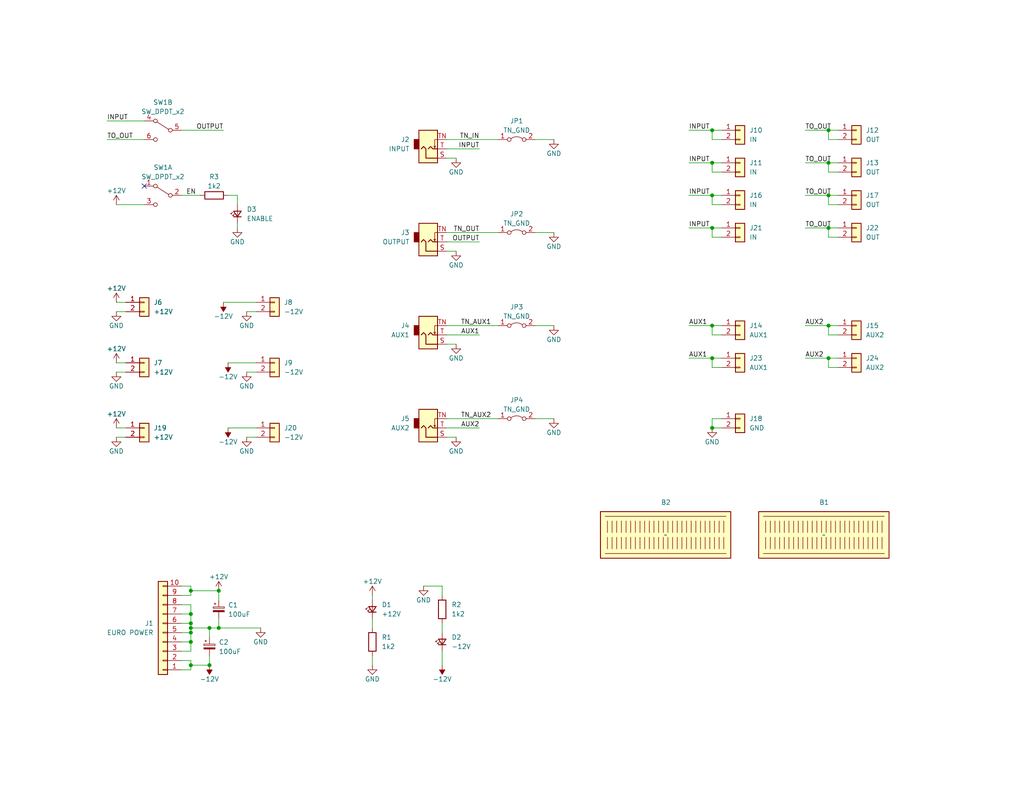
<source format=kicad_sch>
(kicad_sch (version 20230121) (generator eeschema)

  (uuid 8725b437-6188-4504-863f-0edfcc3f08f2)

  (paper "USLetter")

  (lib_symbols
    (symbol "Connector_Audio:AudioJack2_SwitchT" (in_bom yes) (on_board yes)
      (property "Reference" "J" (at 0 8.89 0)
        (effects (font (size 1.27 1.27)))
      )
      (property "Value" "AudioJack2_SwitchT" (at 0 6.35 0)
        (effects (font (size 1.27 1.27)))
      )
      (property "Footprint" "" (at 0 0 0)
        (effects (font (size 1.27 1.27)) hide)
      )
      (property "Datasheet" "~" (at 0 0 0)
        (effects (font (size 1.27 1.27)) hide)
      )
      (property "ki_keywords" "audio jack receptacle mono headphones phone TS connector" (at 0 0 0)
        (effects (font (size 1.27 1.27)) hide)
      )
      (property "ki_description" "Audio Jack, 2 Poles (Mono / TS), Switched T Pole (Normalling)" (at 0 0 0)
        (effects (font (size 1.27 1.27)) hide)
      )
      (property "ki_fp_filters" "Jack*" (at 0 0 0)
        (effects (font (size 1.27 1.27)) hide)
      )
      (symbol "AudioJack2_SwitchT_0_1"
        (rectangle (start -2.54 0) (end -3.81 -2.54)
          (stroke (width 0.254) (type default))
          (fill (type outline))
        )
        (polyline
          (pts
            (xy 1.778 -0.254)
            (xy 2.032 -0.762)
          )
          (stroke (width 0) (type default))
          (fill (type none))
        )
        (polyline
          (pts
            (xy 0 0)
            (xy 0.635 -0.635)
            (xy 1.27 0)
            (xy 2.54 0)
          )
          (stroke (width 0.254) (type default))
          (fill (type none))
        )
        (polyline
          (pts
            (xy 2.54 -2.54)
            (xy 1.778 -2.54)
            (xy 1.778 -0.254)
            (xy 1.524 -0.762)
          )
          (stroke (width 0) (type default))
          (fill (type none))
        )
        (polyline
          (pts
            (xy 2.54 2.54)
            (xy -0.635 2.54)
            (xy -0.635 0)
            (xy -1.27 -0.635)
            (xy -1.905 0)
          )
          (stroke (width 0.254) (type default))
          (fill (type none))
        )
        (rectangle (start 2.54 3.81) (end -2.54 -5.08)
          (stroke (width 0.254) (type default))
          (fill (type background))
        )
      )
      (symbol "AudioJack2_SwitchT_1_1"
        (pin passive line (at 5.08 2.54 180) (length 2.54)
          (name "~" (effects (font (size 1.27 1.27))))
          (number "S" (effects (font (size 1.27 1.27))))
        )
        (pin passive line (at 5.08 0 180) (length 2.54)
          (name "~" (effects (font (size 1.27 1.27))))
          (number "T" (effects (font (size 1.27 1.27))))
        )
        (pin passive line (at 5.08 -2.54 180) (length 2.54)
          (name "~" (effects (font (size 1.27 1.27))))
          (number "TN" (effects (font (size 1.27 1.27))))
        )
      )
    )
    (symbol "Connector_Generic:Conn_01x02" (pin_names (offset 1.016) hide) (in_bom yes) (on_board yes)
      (property "Reference" "J" (at 0 2.54 0)
        (effects (font (size 1.27 1.27)))
      )
      (property "Value" "Conn_01x02" (at 0 -5.08 0)
        (effects (font (size 1.27 1.27)))
      )
      (property "Footprint" "" (at 0 0 0)
        (effects (font (size 1.27 1.27)) hide)
      )
      (property "Datasheet" "~" (at 0 0 0)
        (effects (font (size 1.27 1.27)) hide)
      )
      (property "ki_keywords" "connector" (at 0 0 0)
        (effects (font (size 1.27 1.27)) hide)
      )
      (property "ki_description" "Generic connector, single row, 01x02, script generated (kicad-library-utils/schlib/autogen/connector/)" (at 0 0 0)
        (effects (font (size 1.27 1.27)) hide)
      )
      (property "ki_fp_filters" "Connector*:*_1x??_*" (at 0 0 0)
        (effects (font (size 1.27 1.27)) hide)
      )
      (symbol "Conn_01x02_1_1"
        (rectangle (start -1.27 -2.413) (end 0 -2.667)
          (stroke (width 0.1524) (type default))
          (fill (type none))
        )
        (rectangle (start -1.27 0.127) (end 0 -0.127)
          (stroke (width 0.1524) (type default))
          (fill (type none))
        )
        (rectangle (start -1.27 1.27) (end 1.27 -3.81)
          (stroke (width 0.254) (type default))
          (fill (type background))
        )
        (pin passive line (at -5.08 0 0) (length 3.81)
          (name "Pin_1" (effects (font (size 1.27 1.27))))
          (number "1" (effects (font (size 1.27 1.27))))
        )
        (pin passive line (at -5.08 -2.54 0) (length 3.81)
          (name "Pin_2" (effects (font (size 1.27 1.27))))
          (number "2" (effects (font (size 1.27 1.27))))
        )
      )
    )
    (symbol "Connector_Generic:Conn_01x10" (pin_names (offset 1.016) hide) (in_bom yes) (on_board yes)
      (property "Reference" "J" (at 0 12.7 0)
        (effects (font (size 1.27 1.27)))
      )
      (property "Value" "Conn_01x10" (at 0 -15.24 0)
        (effects (font (size 1.27 1.27)))
      )
      (property "Footprint" "" (at 0 0 0)
        (effects (font (size 1.27 1.27)) hide)
      )
      (property "Datasheet" "~" (at 0 0 0)
        (effects (font (size 1.27 1.27)) hide)
      )
      (property "ki_keywords" "connector" (at 0 0 0)
        (effects (font (size 1.27 1.27)) hide)
      )
      (property "ki_description" "Generic connector, single row, 01x10, script generated (kicad-library-utils/schlib/autogen/connector/)" (at 0 0 0)
        (effects (font (size 1.27 1.27)) hide)
      )
      (property "ki_fp_filters" "Connector*:*_1x??_*" (at 0 0 0)
        (effects (font (size 1.27 1.27)) hide)
      )
      (symbol "Conn_01x10_1_1"
        (rectangle (start -1.27 -12.573) (end 0 -12.827)
          (stroke (width 0.1524) (type default))
          (fill (type none))
        )
        (rectangle (start -1.27 -10.033) (end 0 -10.287)
          (stroke (width 0.1524) (type default))
          (fill (type none))
        )
        (rectangle (start -1.27 -7.493) (end 0 -7.747)
          (stroke (width 0.1524) (type default))
          (fill (type none))
        )
        (rectangle (start -1.27 -4.953) (end 0 -5.207)
          (stroke (width 0.1524) (type default))
          (fill (type none))
        )
        (rectangle (start -1.27 -2.413) (end 0 -2.667)
          (stroke (width 0.1524) (type default))
          (fill (type none))
        )
        (rectangle (start -1.27 0.127) (end 0 -0.127)
          (stroke (width 0.1524) (type default))
          (fill (type none))
        )
        (rectangle (start -1.27 2.667) (end 0 2.413)
          (stroke (width 0.1524) (type default))
          (fill (type none))
        )
        (rectangle (start -1.27 5.207) (end 0 4.953)
          (stroke (width 0.1524) (type default))
          (fill (type none))
        )
        (rectangle (start -1.27 7.747) (end 0 7.493)
          (stroke (width 0.1524) (type default))
          (fill (type none))
        )
        (rectangle (start -1.27 10.287) (end 0 10.033)
          (stroke (width 0.1524) (type default))
          (fill (type none))
        )
        (rectangle (start -1.27 11.43) (end 1.27 -13.97)
          (stroke (width 0.254) (type default))
          (fill (type background))
        )
        (pin passive line (at -5.08 10.16 0) (length 3.81)
          (name "Pin_1" (effects (font (size 1.27 1.27))))
          (number "1" (effects (font (size 1.27 1.27))))
        )
        (pin passive line (at -5.08 -12.7 0) (length 3.81)
          (name "Pin_10" (effects (font (size 1.27 1.27))))
          (number "10" (effects (font (size 1.27 1.27))))
        )
        (pin passive line (at -5.08 7.62 0) (length 3.81)
          (name "Pin_2" (effects (font (size 1.27 1.27))))
          (number "2" (effects (font (size 1.27 1.27))))
        )
        (pin passive line (at -5.08 5.08 0) (length 3.81)
          (name "Pin_3" (effects (font (size 1.27 1.27))))
          (number "3" (effects (font (size 1.27 1.27))))
        )
        (pin passive line (at -5.08 2.54 0) (length 3.81)
          (name "Pin_4" (effects (font (size 1.27 1.27))))
          (number "4" (effects (font (size 1.27 1.27))))
        )
        (pin passive line (at -5.08 0 0) (length 3.81)
          (name "Pin_5" (effects (font (size 1.27 1.27))))
          (number "5" (effects (font (size 1.27 1.27))))
        )
        (pin passive line (at -5.08 -2.54 0) (length 3.81)
          (name "Pin_6" (effects (font (size 1.27 1.27))))
          (number "6" (effects (font (size 1.27 1.27))))
        )
        (pin passive line (at -5.08 -5.08 0) (length 3.81)
          (name "Pin_7" (effects (font (size 1.27 1.27))))
          (number "7" (effects (font (size 1.27 1.27))))
        )
        (pin passive line (at -5.08 -7.62 0) (length 3.81)
          (name "Pin_8" (effects (font (size 1.27 1.27))))
          (number "8" (effects (font (size 1.27 1.27))))
        )
        (pin passive line (at -5.08 -10.16 0) (length 3.81)
          (name "Pin_9" (effects (font (size 1.27 1.27))))
          (number "9" (effects (font (size 1.27 1.27))))
        )
      )
    )
    (symbol "Device:C_Polarized_Small" (pin_numbers hide) (pin_names (offset 0.254) hide) (in_bom yes) (on_board yes)
      (property "Reference" "C" (at 0.254 1.778 0)
        (effects (font (size 1.27 1.27)) (justify left))
      )
      (property "Value" "C_Polarized_Small" (at 0.254 -2.032 0)
        (effects (font (size 1.27 1.27)) (justify left))
      )
      (property "Footprint" "" (at 0 0 0)
        (effects (font (size 1.27 1.27)) hide)
      )
      (property "Datasheet" "~" (at 0 0 0)
        (effects (font (size 1.27 1.27)) hide)
      )
      (property "ki_keywords" "cap capacitor" (at 0 0 0)
        (effects (font (size 1.27 1.27)) hide)
      )
      (property "ki_description" "Polarized capacitor, small symbol" (at 0 0 0)
        (effects (font (size 1.27 1.27)) hide)
      )
      (property "ki_fp_filters" "CP_*" (at 0 0 0)
        (effects (font (size 1.27 1.27)) hide)
      )
      (symbol "C_Polarized_Small_0_1"
        (rectangle (start -1.524 -0.3048) (end 1.524 -0.6858)
          (stroke (width 0) (type default))
          (fill (type outline))
        )
        (rectangle (start -1.524 0.6858) (end 1.524 0.3048)
          (stroke (width 0) (type default))
          (fill (type none))
        )
        (polyline
          (pts
            (xy -1.27 1.524)
            (xy -0.762 1.524)
          )
          (stroke (width 0) (type default))
          (fill (type none))
        )
        (polyline
          (pts
            (xy -1.016 1.27)
            (xy -1.016 1.778)
          )
          (stroke (width 0) (type default))
          (fill (type none))
        )
      )
      (symbol "C_Polarized_Small_1_1"
        (pin passive line (at 0 2.54 270) (length 1.8542)
          (name "~" (effects (font (size 1.27 1.27))))
          (number "1" (effects (font (size 1.27 1.27))))
        )
        (pin passive line (at 0 -2.54 90) (length 1.8542)
          (name "~" (effects (font (size 1.27 1.27))))
          (number "2" (effects (font (size 1.27 1.27))))
        )
      )
    )
    (symbol "Device:LED_Small" (pin_numbers hide) (pin_names (offset 0.254) hide) (in_bom yes) (on_board yes)
      (property "Reference" "D" (at -1.27 3.175 0)
        (effects (font (size 1.27 1.27)) (justify left))
      )
      (property "Value" "LED_Small" (at -4.445 -2.54 0)
        (effects (font (size 1.27 1.27)) (justify left))
      )
      (property "Footprint" "" (at 0 0 90)
        (effects (font (size 1.27 1.27)) hide)
      )
      (property "Datasheet" "~" (at 0 0 90)
        (effects (font (size 1.27 1.27)) hide)
      )
      (property "ki_keywords" "LED diode light-emitting-diode" (at 0 0 0)
        (effects (font (size 1.27 1.27)) hide)
      )
      (property "ki_description" "Light emitting diode, small symbol" (at 0 0 0)
        (effects (font (size 1.27 1.27)) hide)
      )
      (property "ki_fp_filters" "LED* LED_SMD:* LED_THT:*" (at 0 0 0)
        (effects (font (size 1.27 1.27)) hide)
      )
      (symbol "LED_Small_0_1"
        (polyline
          (pts
            (xy -0.762 -1.016)
            (xy -0.762 1.016)
          )
          (stroke (width 0.254) (type default))
          (fill (type none))
        )
        (polyline
          (pts
            (xy 1.016 0)
            (xy -0.762 0)
          )
          (stroke (width 0) (type default))
          (fill (type none))
        )
        (polyline
          (pts
            (xy 0.762 -1.016)
            (xy -0.762 0)
            (xy 0.762 1.016)
            (xy 0.762 -1.016)
          )
          (stroke (width 0.254) (type default))
          (fill (type none))
        )
        (polyline
          (pts
            (xy 0 0.762)
            (xy -0.508 1.27)
            (xy -0.254 1.27)
            (xy -0.508 1.27)
            (xy -0.508 1.016)
          )
          (stroke (width 0) (type default))
          (fill (type none))
        )
        (polyline
          (pts
            (xy 0.508 1.27)
            (xy 0 1.778)
            (xy 0.254 1.778)
            (xy 0 1.778)
            (xy 0 1.524)
          )
          (stroke (width 0) (type default))
          (fill (type none))
        )
      )
      (symbol "LED_Small_1_1"
        (pin passive line (at -2.54 0 0) (length 1.778)
          (name "K" (effects (font (size 1.27 1.27))))
          (number "1" (effects (font (size 1.27 1.27))))
        )
        (pin passive line (at 2.54 0 180) (length 1.778)
          (name "A" (effects (font (size 1.27 1.27))))
          (number "2" (effects (font (size 1.27 1.27))))
        )
      )
    )
    (symbol "Device:R" (pin_numbers hide) (pin_names (offset 0)) (in_bom yes) (on_board yes)
      (property "Reference" "R" (at 2.032 0 90)
        (effects (font (size 1.27 1.27)))
      )
      (property "Value" "R" (at 0 0 90)
        (effects (font (size 1.27 1.27)))
      )
      (property "Footprint" "" (at -1.778 0 90)
        (effects (font (size 1.27 1.27)) hide)
      )
      (property "Datasheet" "~" (at 0 0 0)
        (effects (font (size 1.27 1.27)) hide)
      )
      (property "ki_keywords" "R res resistor" (at 0 0 0)
        (effects (font (size 1.27 1.27)) hide)
      )
      (property "ki_description" "Resistor" (at 0 0 0)
        (effects (font (size 1.27 1.27)) hide)
      )
      (property "ki_fp_filters" "R_*" (at 0 0 0)
        (effects (font (size 1.27 1.27)) hide)
      )
      (symbol "R_0_1"
        (rectangle (start -1.016 -2.54) (end 1.016 2.54)
          (stroke (width 0.254) (type default))
          (fill (type none))
        )
      )
      (symbol "R_1_1"
        (pin passive line (at 0 3.81 270) (length 1.27)
          (name "~" (effects (font (size 1.27 1.27))))
          (number "1" (effects (font (size 1.27 1.27))))
        )
        (pin passive line (at 0 -3.81 90) (length 1.27)
          (name "~" (effects (font (size 1.27 1.27))))
          (number "2" (effects (font (size 1.27 1.27))))
        )
      )
    )
    (symbol "Jumper:Jumper_2_Bridged" (pin_names (offset 0) hide) (in_bom yes) (on_board yes)
      (property "Reference" "JP" (at 0 1.905 0)
        (effects (font (size 1.27 1.27)))
      )
      (property "Value" "Jumper_2_Bridged" (at 0 -2.54 0)
        (effects (font (size 1.27 1.27)))
      )
      (property "Footprint" "" (at 0 0 0)
        (effects (font (size 1.27 1.27)) hide)
      )
      (property "Datasheet" "~" (at 0 0 0)
        (effects (font (size 1.27 1.27)) hide)
      )
      (property "ki_keywords" "Jumper SPST" (at 0 0 0)
        (effects (font (size 1.27 1.27)) hide)
      )
      (property "ki_description" "Jumper, 2-pole, closed/bridged" (at 0 0 0)
        (effects (font (size 1.27 1.27)) hide)
      )
      (property "ki_fp_filters" "Jumper* TestPoint*2Pads* TestPoint*Bridge*" (at 0 0 0)
        (effects (font (size 1.27 1.27)) hide)
      )
      (symbol "Jumper_2_Bridged_0_0"
        (circle (center -2.032 0) (radius 0.508)
          (stroke (width 0) (type default))
          (fill (type none))
        )
        (circle (center 2.032 0) (radius 0.508)
          (stroke (width 0) (type default))
          (fill (type none))
        )
      )
      (symbol "Jumper_2_Bridged_0_1"
        (arc (start 1.524 0.254) (mid 0 0.762) (end -1.524 0.254)
          (stroke (width 0) (type default))
          (fill (type none))
        )
      )
      (symbol "Jumper_2_Bridged_1_1"
        (pin passive line (at -5.08 0 0) (length 2.54)
          (name "A" (effects (font (size 1.27 1.27))))
          (number "1" (effects (font (size 1.27 1.27))))
        )
        (pin passive line (at 5.08 0 180) (length 2.54)
          (name "B" (effects (font (size 1.27 1.27))))
          (number "2" (effects (font (size 1.27 1.27))))
        )
      )
    )
    (symbol "Switch:SW_DPDT_x2" (pin_names (offset 0) hide) (in_bom yes) (on_board yes)
      (property "Reference" "SW" (at 0 4.318 0)
        (effects (font (size 1.27 1.27)))
      )
      (property "Value" "SW_DPDT_x2" (at 0 -5.08 0)
        (effects (font (size 1.27 1.27)))
      )
      (property "Footprint" "" (at 0 0 0)
        (effects (font (size 1.27 1.27)) hide)
      )
      (property "Datasheet" "~" (at 0 0 0)
        (effects (font (size 1.27 1.27)) hide)
      )
      (property "ki_keywords" "switch dual-pole double-throw DPDT spdt ON-ON" (at 0 0 0)
        (effects (font (size 1.27 1.27)) hide)
      )
      (property "ki_description" "Switch, dual pole double throw, separate symbols" (at 0 0 0)
        (effects (font (size 1.27 1.27)) hide)
      )
      (property "ki_fp_filters" "SW*DPDT*" (at 0 0 0)
        (effects (font (size 1.27 1.27)) hide)
      )
      (symbol "SW_DPDT_x2_0_0"
        (circle (center -2.032 0) (radius 0.508)
          (stroke (width 0) (type default))
          (fill (type none))
        )
        (circle (center 2.032 -2.54) (radius 0.508)
          (stroke (width 0) (type default))
          (fill (type none))
        )
      )
      (symbol "SW_DPDT_x2_0_1"
        (polyline
          (pts
            (xy -1.524 0.254)
            (xy 1.651 2.286)
          )
          (stroke (width 0) (type default))
          (fill (type none))
        )
        (circle (center 2.032 2.54) (radius 0.508)
          (stroke (width 0) (type default))
          (fill (type none))
        )
      )
      (symbol "SW_DPDT_x2_1_1"
        (pin passive line (at 5.08 2.54 180) (length 2.54)
          (name "A" (effects (font (size 1.27 1.27))))
          (number "1" (effects (font (size 1.27 1.27))))
        )
        (pin passive line (at -5.08 0 0) (length 2.54)
          (name "B" (effects (font (size 1.27 1.27))))
          (number "2" (effects (font (size 1.27 1.27))))
        )
        (pin passive line (at 5.08 -2.54 180) (length 2.54)
          (name "C" (effects (font (size 1.27 1.27))))
          (number "3" (effects (font (size 1.27 1.27))))
        )
      )
      (symbol "SW_DPDT_x2_2_1"
        (pin passive line (at 5.08 2.54 180) (length 2.54)
          (name "A" (effects (font (size 1.27 1.27))))
          (number "4" (effects (font (size 1.27 1.27))))
        )
        (pin passive line (at -5.08 0 0) (length 2.54)
          (name "B" (effects (font (size 1.27 1.27))))
          (number "5" (effects (font (size 1.27 1.27))))
        )
        (pin passive line (at 5.08 -2.54 180) (length 2.54)
          (name "C" (effects (font (size 1.27 1.27))))
          (number "6" (effects (font (size 1.27 1.27))))
        )
      )
    )
    (symbol "kosmo-lib:Breadboard" (in_bom yes) (on_board yes)
      (property "Reference" "B" (at 0 8.255 0)
        (effects (font (size 1.27 1.27)))
      )
      (property "Value" "" (at 0.635 0 0)
        (effects (font (size 1.27 1.27)))
      )
      (property "Footprint" "kosmo-lib:Breadboard" (at 0.635 0 0)
        (effects (font (size 1.27 1.27)) hide)
      )
      (property "Datasheet" "" (at 0.635 0 0)
        (effects (font (size 1.27 1.27)) hide)
      )
      (symbol "Breadboard_0_1"
        (polyline
          (pts
            (xy -16.51 -5.08)
            (xy 16.51 -5.08)
          )
          (stroke (width 0) (type default))
          (fill (type none))
        )
        (polyline
          (pts
            (xy -16.51 5.08)
            (xy 16.51 5.08)
          )
          (stroke (width 0) (type default))
          (fill (type none))
        )
        (polyline
          (pts
            (xy -15.875 -0.635)
            (xy -15.875 -3.81)
          )
          (stroke (width 0) (type default))
          (fill (type none))
        )
        (polyline
          (pts
            (xy -15.875 0.635)
            (xy -15.875 3.81)
          )
          (stroke (width 0) (type default))
          (fill (type none))
        )
        (polyline
          (pts
            (xy -14.605 -0.635)
            (xy -14.605 -3.81)
          )
          (stroke (width 0) (type default))
          (fill (type none))
        )
        (polyline
          (pts
            (xy -14.605 0.635)
            (xy -14.605 3.81)
          )
          (stroke (width 0) (type default))
          (fill (type none))
        )
        (polyline
          (pts
            (xy -13.335 -0.635)
            (xy -13.335 -3.81)
          )
          (stroke (width 0) (type default))
          (fill (type none))
        )
        (polyline
          (pts
            (xy -13.335 0.635)
            (xy -13.335 3.81)
          )
          (stroke (width 0) (type default))
          (fill (type none))
        )
        (polyline
          (pts
            (xy -12.065 -0.635)
            (xy -12.065 -3.81)
          )
          (stroke (width 0) (type default))
          (fill (type none))
        )
        (polyline
          (pts
            (xy -12.065 0.635)
            (xy -12.065 3.81)
          )
          (stroke (width 0) (type default))
          (fill (type none))
        )
        (polyline
          (pts
            (xy -10.795 -0.635)
            (xy -10.795 -3.81)
          )
          (stroke (width 0) (type default))
          (fill (type none))
        )
        (polyline
          (pts
            (xy -10.795 0.635)
            (xy -10.795 3.81)
          )
          (stroke (width 0) (type default))
          (fill (type none))
        )
        (polyline
          (pts
            (xy -9.525 -0.635)
            (xy -9.525 -3.81)
          )
          (stroke (width 0) (type default))
          (fill (type none))
        )
        (polyline
          (pts
            (xy -9.525 0.635)
            (xy -9.525 3.81)
          )
          (stroke (width 0) (type default))
          (fill (type none))
        )
        (polyline
          (pts
            (xy -8.255 -0.635)
            (xy -8.255 -3.81)
          )
          (stroke (width 0) (type default))
          (fill (type none))
        )
        (polyline
          (pts
            (xy -8.255 0.635)
            (xy -8.255 3.81)
          )
          (stroke (width 0) (type default))
          (fill (type none))
        )
        (polyline
          (pts
            (xy -6.985 -0.635)
            (xy -6.985 -3.81)
          )
          (stroke (width 0) (type default))
          (fill (type none))
        )
        (polyline
          (pts
            (xy -6.985 0.635)
            (xy -6.985 3.81)
          )
          (stroke (width 0) (type default))
          (fill (type none))
        )
        (polyline
          (pts
            (xy -5.715 -0.635)
            (xy -5.715 -3.81)
          )
          (stroke (width 0) (type default))
          (fill (type none))
        )
        (polyline
          (pts
            (xy -5.715 0.635)
            (xy -5.715 3.81)
          )
          (stroke (width 0) (type default))
          (fill (type none))
        )
        (polyline
          (pts
            (xy -4.445 -0.635)
            (xy -4.445 -3.81)
          )
          (stroke (width 0) (type default))
          (fill (type none))
        )
        (polyline
          (pts
            (xy -4.445 0.635)
            (xy -4.445 3.81)
          )
          (stroke (width 0) (type default))
          (fill (type none))
        )
        (polyline
          (pts
            (xy -3.175 -0.635)
            (xy -3.175 -3.81)
          )
          (stroke (width 0) (type default))
          (fill (type none))
        )
        (polyline
          (pts
            (xy -3.175 0.635)
            (xy -3.175 3.81)
          )
          (stroke (width 0) (type default))
          (fill (type none))
        )
        (polyline
          (pts
            (xy -1.905 -0.635)
            (xy -1.905 -3.81)
          )
          (stroke (width 0) (type default))
          (fill (type none))
        )
        (polyline
          (pts
            (xy -1.905 0.635)
            (xy -1.905 3.81)
          )
          (stroke (width 0) (type default))
          (fill (type none))
        )
        (polyline
          (pts
            (xy -0.635 -0.635)
            (xy -0.635 -3.81)
          )
          (stroke (width 0) (type default))
          (fill (type none))
        )
        (polyline
          (pts
            (xy -0.635 0.635)
            (xy -0.635 3.81)
          )
          (stroke (width 0) (type default))
          (fill (type none))
        )
        (polyline
          (pts
            (xy 0.635 -0.635)
            (xy 0.635 -3.81)
          )
          (stroke (width 0) (type default))
          (fill (type none))
        )
        (polyline
          (pts
            (xy 0.635 0.635)
            (xy 0.635 3.81)
          )
          (stroke (width 0) (type default))
          (fill (type none))
        )
        (polyline
          (pts
            (xy 1.905 -0.635)
            (xy 1.905 -3.81)
          )
          (stroke (width 0) (type default))
          (fill (type none))
        )
        (polyline
          (pts
            (xy 1.905 3.81)
            (xy 1.905 0.635)
          )
          (stroke (width 0) (type default))
          (fill (type none))
        )
        (polyline
          (pts
            (xy 3.175 -0.635)
            (xy 3.175 -3.81)
          )
          (stroke (width 0) (type default))
          (fill (type none))
        )
        (polyline
          (pts
            (xy 3.175 3.81)
            (xy 3.175 0.635)
          )
          (stroke (width 0) (type default))
          (fill (type none))
        )
        (polyline
          (pts
            (xy 4.445 -0.635)
            (xy 4.445 -3.81)
          )
          (stroke (width 0) (type default))
          (fill (type none))
        )
        (polyline
          (pts
            (xy 4.445 3.81)
            (xy 4.445 0.635)
          )
          (stroke (width 0) (type default))
          (fill (type none))
        )
        (polyline
          (pts
            (xy 5.715 -0.635)
            (xy 5.715 -3.81)
          )
          (stroke (width 0) (type default))
          (fill (type none))
        )
        (polyline
          (pts
            (xy 5.715 3.81)
            (xy 5.715 0.635)
          )
          (stroke (width 0) (type default))
          (fill (type none))
        )
        (polyline
          (pts
            (xy 6.985 -0.635)
            (xy 6.985 -3.81)
          )
          (stroke (width 0) (type default))
          (fill (type none))
        )
        (polyline
          (pts
            (xy 6.985 3.81)
            (xy 6.985 0.635)
          )
          (stroke (width 0) (type default))
          (fill (type none))
        )
        (polyline
          (pts
            (xy 8.255 -0.635)
            (xy 8.255 -3.81)
          )
          (stroke (width 0) (type default))
          (fill (type none))
        )
        (polyline
          (pts
            (xy 8.255 3.81)
            (xy 8.255 0.635)
          )
          (stroke (width 0) (type default))
          (fill (type none))
        )
        (polyline
          (pts
            (xy 9.525 -0.635)
            (xy 9.525 -3.81)
          )
          (stroke (width 0) (type default))
          (fill (type none))
        )
        (polyline
          (pts
            (xy 9.525 3.81)
            (xy 9.525 0.635)
          )
          (stroke (width 0) (type default))
          (fill (type none))
        )
        (polyline
          (pts
            (xy 10.795 -0.635)
            (xy 10.795 -3.81)
          )
          (stroke (width 0) (type default))
          (fill (type none))
        )
        (polyline
          (pts
            (xy 10.795 3.81)
            (xy 10.795 0.635)
          )
          (stroke (width 0) (type default))
          (fill (type none))
        )
        (polyline
          (pts
            (xy 12.065 -0.635)
            (xy 12.065 -3.81)
          )
          (stroke (width 0) (type default))
          (fill (type none))
        )
        (polyline
          (pts
            (xy 12.065 3.81)
            (xy 12.065 0.635)
          )
          (stroke (width 0) (type default))
          (fill (type none))
        )
        (polyline
          (pts
            (xy 13.335 -0.635)
            (xy 13.335 -3.81)
          )
          (stroke (width 0) (type default))
          (fill (type none))
        )
        (polyline
          (pts
            (xy 13.335 3.81)
            (xy 13.335 0.635)
          )
          (stroke (width 0) (type default))
          (fill (type none))
        )
        (polyline
          (pts
            (xy 14.605 -0.635)
            (xy 14.605 -3.81)
          )
          (stroke (width 0) (type default))
          (fill (type none))
        )
        (polyline
          (pts
            (xy 14.605 3.81)
            (xy 14.605 0.635)
          )
          (stroke (width 0) (type default))
          (fill (type none))
        )
        (polyline
          (pts
            (xy 15.875 -0.635)
            (xy 15.875 -3.81)
          )
          (stroke (width 0) (type default))
          (fill (type none))
        )
        (polyline
          (pts
            (xy 15.875 3.81)
            (xy 15.875 0.635)
          )
          (stroke (width 0) (type default))
          (fill (type none))
        )
      )
      (symbol "Breadboard_1_1"
        (rectangle (start -17.78 6.35) (end 17.78 -6.35)
          (stroke (width 0.254) (type default))
          (fill (type background))
        )
      )
    )
    (symbol "power:+12V" (power) (pin_names (offset 0)) (in_bom yes) (on_board yes)
      (property "Reference" "#PWR" (at 0 -3.81 0)
        (effects (font (size 1.27 1.27)) hide)
      )
      (property "Value" "+12V" (at 0 3.556 0)
        (effects (font (size 1.27 1.27)))
      )
      (property "Footprint" "" (at 0 0 0)
        (effects (font (size 1.27 1.27)) hide)
      )
      (property "Datasheet" "" (at 0 0 0)
        (effects (font (size 1.27 1.27)) hide)
      )
      (property "ki_keywords" "global power" (at 0 0 0)
        (effects (font (size 1.27 1.27)) hide)
      )
      (property "ki_description" "Power symbol creates a global label with name \"+12V\"" (at 0 0 0)
        (effects (font (size 1.27 1.27)) hide)
      )
      (symbol "+12V_0_1"
        (polyline
          (pts
            (xy -0.762 1.27)
            (xy 0 2.54)
          )
          (stroke (width 0) (type default))
          (fill (type none))
        )
        (polyline
          (pts
            (xy 0 0)
            (xy 0 2.54)
          )
          (stroke (width 0) (type default))
          (fill (type none))
        )
        (polyline
          (pts
            (xy 0 2.54)
            (xy 0.762 1.27)
          )
          (stroke (width 0) (type default))
          (fill (type none))
        )
      )
      (symbol "+12V_1_1"
        (pin power_in line (at 0 0 90) (length 0) hide
          (name "+12V" (effects (font (size 1.27 1.27))))
          (number "1" (effects (font (size 1.27 1.27))))
        )
      )
    )
    (symbol "power:-12V" (power) (pin_names (offset 0)) (in_bom yes) (on_board yes)
      (property "Reference" "#PWR" (at 0 2.54 0)
        (effects (font (size 1.27 1.27)) hide)
      )
      (property "Value" "-12V" (at 0 3.81 0)
        (effects (font (size 1.27 1.27)))
      )
      (property "Footprint" "" (at 0 0 0)
        (effects (font (size 1.27 1.27)) hide)
      )
      (property "Datasheet" "" (at 0 0 0)
        (effects (font (size 1.27 1.27)) hide)
      )
      (property "ki_keywords" "global power" (at 0 0 0)
        (effects (font (size 1.27 1.27)) hide)
      )
      (property "ki_description" "Power symbol creates a global label with name \"-12V\"" (at 0 0 0)
        (effects (font (size 1.27 1.27)) hide)
      )
      (symbol "-12V_0_0"
        (pin power_in line (at 0 0 90) (length 0) hide
          (name "-12V" (effects (font (size 1.27 1.27))))
          (number "1" (effects (font (size 1.27 1.27))))
        )
      )
      (symbol "-12V_0_1"
        (polyline
          (pts
            (xy 0 0)
            (xy 0 1.27)
            (xy 0.762 1.27)
            (xy 0 2.54)
            (xy -0.762 1.27)
            (xy 0 1.27)
          )
          (stroke (width 0) (type default))
          (fill (type outline))
        )
      )
    )
    (symbol "power:GND" (power) (pin_names (offset 0)) (in_bom yes) (on_board yes)
      (property "Reference" "#PWR" (at 0 -6.35 0)
        (effects (font (size 1.27 1.27)) hide)
      )
      (property "Value" "GND" (at 0 -3.81 0)
        (effects (font (size 1.27 1.27)))
      )
      (property "Footprint" "" (at 0 0 0)
        (effects (font (size 1.27 1.27)) hide)
      )
      (property "Datasheet" "" (at 0 0 0)
        (effects (font (size 1.27 1.27)) hide)
      )
      (property "ki_keywords" "global power" (at 0 0 0)
        (effects (font (size 1.27 1.27)) hide)
      )
      (property "ki_description" "Power symbol creates a global label with name \"GND\" , ground" (at 0 0 0)
        (effects (font (size 1.27 1.27)) hide)
      )
      (symbol "GND_0_1"
        (polyline
          (pts
            (xy 0 0)
            (xy 0 -1.27)
            (xy 1.27 -1.27)
            (xy 0 -2.54)
            (xy -1.27 -1.27)
            (xy 0 -1.27)
          )
          (stroke (width 0) (type default))
          (fill (type none))
        )
      )
      (symbol "GND_1_1"
        (pin power_in line (at 0 0 270) (length 0) hide
          (name "GND" (effects (font (size 1.27 1.27))))
          (number "1" (effects (font (size 1.27 1.27))))
        )
      )
    )
  )

  (junction (at 226.06 62.23) (diameter 0) (color 0 0 0 0)
    (uuid 009eb6b7-adab-413a-8769-e18f8cdf8004)
  )
  (junction (at 59.69 161.29) (diameter 0) (color 0 0 0 0)
    (uuid 0cdc9c65-7705-4e2d-b2aa-9fdd05bb5ea4)
  )
  (junction (at 52.07 167.64) (diameter 0) (color 0 0 0 0)
    (uuid 0e008dbf-ab53-4892-8e9f-253849484835)
  )
  (junction (at 57.15 181.61) (diameter 0) (color 0 0 0 0)
    (uuid 1f933abf-241c-4103-9c40-6a8d130edc31)
  )
  (junction (at 226.06 35.56) (diameter 0) (color 0 0 0 0)
    (uuid 240b4c8b-6207-48a8-bb8b-434d9bc8d0b4)
  )
  (junction (at 226.06 97.79) (diameter 0) (color 0 0 0 0)
    (uuid 372dc275-7035-40d1-8505-56334f5fefbe)
  )
  (junction (at 52.07 171.45) (diameter 0) (color 0 0 0 0)
    (uuid 5b698a13-7dc9-48a9-bafa-062d03553a74)
  )
  (junction (at 57.15 171.45) (diameter 0) (color 0 0 0 0)
    (uuid 66f700ed-3d58-4ca3-a96e-c923798f5f7b)
  )
  (junction (at 226.06 53.34) (diameter 0) (color 0 0 0 0)
    (uuid 6e56d7f5-48ed-4662-8c33-09e827499179)
  )
  (junction (at 194.31 97.79) (diameter 0) (color 0 0 0 0)
    (uuid 74c4c380-4212-4df1-a6cb-dad89ec28b43)
  )
  (junction (at 194.31 44.45) (diameter 0) (color 0 0 0 0)
    (uuid 78a9ef8c-db66-4953-9b0f-79eb590dbda4)
  )
  (junction (at 52.07 170.18) (diameter 0) (color 0 0 0 0)
    (uuid 7966505f-61d4-450f-8616-0b99f2791520)
  )
  (junction (at 194.31 88.9) (diameter 0) (color 0 0 0 0)
    (uuid 7ece6318-21d1-418a-9cc9-91bcef8d69d5)
  )
  (junction (at 194.31 62.23) (diameter 0) (color 0 0 0 0)
    (uuid a0753449-5b20-4af9-aa5f-9178be22d861)
  )
  (junction (at 226.06 44.45) (diameter 0) (color 0 0 0 0)
    (uuid b1afc639-56e9-4c29-9804-81b1ca7f218b)
  )
  (junction (at 52.07 161.29) (diameter 0) (color 0 0 0 0)
    (uuid b76e62ce-06d8-4196-a7f6-d190161af192)
  )
  (junction (at 59.69 171.45) (diameter 0) (color 0 0 0 0)
    (uuid c75bdd98-e311-4d5b-ab52-4241d088e946)
  )
  (junction (at 194.31 35.56) (diameter 0) (color 0 0 0 0)
    (uuid d8431839-2b81-48bd-8ec7-85cc44330d9b)
  )
  (junction (at 52.07 175.26) (diameter 0) (color 0 0 0 0)
    (uuid e1af1167-6003-4d13-95fd-7856d002b9c7)
  )
  (junction (at 194.31 53.34) (diameter 0) (color 0 0 0 0)
    (uuid e5f4e2c2-9060-4830-9574-62e0442a7f77)
  )
  (junction (at 194.31 116.84) (diameter 0) (color 0 0 0 0)
    (uuid e8ae310e-924e-4840-919b-33f0ed214719)
  )
  (junction (at 226.06 88.9) (diameter 0) (color 0 0 0 0)
    (uuid eab09fde-647b-40e3-a7ea-d08f9d8c77ad)
  )
  (junction (at 52.07 172.72) (diameter 0) (color 0 0 0 0)
    (uuid edcba5da-e27d-411d-b25f-72e9856e08be)
  )
  (junction (at 52.07 181.61) (diameter 0) (color 0 0 0 0)
    (uuid efa2fe9e-54c7-4a68-8713-419af78a4f4f)
  )

  (no_connect (at 39.37 50.8) (uuid 9e47a7a1-4f76-41dc-8759-8ed52e7f4b32))

  (wire (pts (xy 59.69 161.29) (xy 52.07 161.29))
    (stroke (width 0) (type default))
    (uuid 0053fb3e-a379-4812-b9b9-24356d8f619f)
  )
  (wire (pts (xy 31.75 119.38) (xy 34.29 119.38))
    (stroke (width 0) (type default))
    (uuid 01332ad9-0f3e-4ea4-a087-db82a3e06857)
  )
  (wire (pts (xy 194.31 64.77) (xy 194.31 62.23))
    (stroke (width 0) (type default))
    (uuid 061b1370-ab81-40c4-abbf-f9d685abe025)
  )
  (wire (pts (xy 121.92 116.84) (xy 130.81 116.84))
    (stroke (width 0) (type default))
    (uuid 08cf2e40-57ce-41af-8270-c0d6691edf60)
  )
  (wire (pts (xy 228.6 91.44) (xy 226.06 91.44))
    (stroke (width 0) (type default))
    (uuid 0f082dda-ece0-480b-80b0-aead0a49d271)
  )
  (wire (pts (xy 31.75 85.09) (xy 34.29 85.09))
    (stroke (width 0) (type default))
    (uuid 0feb76ba-777b-46ea-bfa8-791287b0ace4)
  )
  (wire (pts (xy 49.53 160.02) (xy 52.07 160.02))
    (stroke (width 0) (type default))
    (uuid 11af22df-9885-4221-b653-5325f9a8c32e)
  )
  (wire (pts (xy 31.75 101.6) (xy 34.29 101.6))
    (stroke (width 0) (type default))
    (uuid 12089417-b10c-4e1c-84bc-78a9a0815d80)
  )
  (wire (pts (xy 64.77 60.96) (xy 64.77 62.23))
    (stroke (width 0) (type default))
    (uuid 1574f675-edcf-4c57-85da-9c87edd2890c)
  )
  (wire (pts (xy 226.06 91.44) (xy 226.06 88.9))
    (stroke (width 0) (type default))
    (uuid 15e544b0-5d96-41cb-9458-3b35a63edd93)
  )
  (wire (pts (xy 194.31 88.9) (xy 196.85 88.9))
    (stroke (width 0) (type default))
    (uuid 20ede9c6-bc95-448f-8bb8-d66512a39cd1)
  )
  (wire (pts (xy 226.06 44.45) (xy 228.6 44.45))
    (stroke (width 0) (type default))
    (uuid 21333988-619a-447e-b633-2742bbff208b)
  )
  (wire (pts (xy 194.31 46.99) (xy 194.31 44.45))
    (stroke (width 0) (type default))
    (uuid 242d5e95-0ec8-40d6-b499-d61a295ce9a2)
  )
  (wire (pts (xy 228.6 46.99) (xy 226.06 46.99))
    (stroke (width 0) (type default))
    (uuid 24a65e5a-1773-41fd-88aa-234090b07c87)
  )
  (wire (pts (xy 31.75 82.55) (xy 34.29 82.55))
    (stroke (width 0) (type default))
    (uuid 261de683-d114-4cdd-8340-f18e889b29ee)
  )
  (wire (pts (xy 187.96 97.79) (xy 194.31 97.79))
    (stroke (width 0) (type default))
    (uuid 27af734d-1dea-49f5-9cc9-de19d764d078)
  )
  (wire (pts (xy 121.92 40.64) (xy 130.81 40.64))
    (stroke (width 0) (type default))
    (uuid 283a54b7-a119-4717-a114-008944f8c47d)
  )
  (wire (pts (xy 196.85 64.77) (xy 194.31 64.77))
    (stroke (width 0) (type default))
    (uuid 291ba41d-5a5d-40d2-bbfb-0eaf7238dcd1)
  )
  (wire (pts (xy 124.46 43.18) (xy 121.92 43.18))
    (stroke (width 0) (type default))
    (uuid 2999f799-2b58-4b56-8db9-a8666a0d4603)
  )
  (wire (pts (xy 101.6 162.56) (xy 101.6 163.83))
    (stroke (width 0) (type default))
    (uuid 2ab83024-276c-4ca4-8f4e-f6ad5cbf7e7c)
  )
  (wire (pts (xy 196.85 55.88) (xy 194.31 55.88))
    (stroke (width 0) (type default))
    (uuid 2c1ab0b1-1a39-405b-9530-abd10810d519)
  )
  (wire (pts (xy 228.6 100.33) (xy 226.06 100.33))
    (stroke (width 0) (type default))
    (uuid 2c1c0bfd-fc02-4429-ba2f-ae687a004409)
  )
  (wire (pts (xy 57.15 171.45) (xy 52.07 171.45))
    (stroke (width 0) (type default))
    (uuid 2c42201a-2d63-42e8-9e47-7a588301a261)
  )
  (wire (pts (xy 226.06 53.34) (xy 228.6 53.34))
    (stroke (width 0) (type default))
    (uuid 2c5a81db-11bb-4f9b-bfc6-ea7a836cf0e6)
  )
  (wire (pts (xy 226.06 97.79) (xy 228.6 97.79))
    (stroke (width 0) (type default))
    (uuid 2cb6700b-7001-4bff-83c6-f822d72d6d2d)
  )
  (wire (pts (xy 146.05 114.3) (xy 151.13 114.3))
    (stroke (width 0) (type default))
    (uuid 2d54f0c4-d2b7-4437-93ac-d54391787de9)
  )
  (wire (pts (xy 31.75 116.84) (xy 34.29 116.84))
    (stroke (width 0) (type default))
    (uuid 3005f4fb-620f-4329-9471-5327f0ac8ab6)
  )
  (wire (pts (xy 146.05 63.5) (xy 151.13 63.5))
    (stroke (width 0) (type default))
    (uuid 30a8d287-220e-42ea-ac44-7717ed557635)
  )
  (wire (pts (xy 29.21 33.02) (xy 39.37 33.02))
    (stroke (width 0) (type default))
    (uuid 3191d300-ca10-434b-b6c8-23ab02921cd7)
  )
  (wire (pts (xy 228.6 64.77) (xy 226.06 64.77))
    (stroke (width 0) (type default))
    (uuid 32fc3452-3eea-41d5-93c3-9fa2573edaae)
  )
  (wire (pts (xy 194.31 116.84) (xy 196.85 116.84))
    (stroke (width 0) (type default))
    (uuid 3981c602-a2a2-4ca3-9281-8886b725727e)
  )
  (wire (pts (xy 194.31 97.79) (xy 196.85 97.79))
    (stroke (width 0) (type default))
    (uuid 39f356cf-3ee1-4b99-aeae-926cc51ede36)
  )
  (wire (pts (xy 219.71 88.9) (xy 226.06 88.9))
    (stroke (width 0) (type default))
    (uuid 3da7ee66-933d-4431-b1a0-1a02db285569)
  )
  (wire (pts (xy 62.23 116.84) (xy 69.85 116.84))
    (stroke (width 0) (type default))
    (uuid 3f3e2e67-04c8-450d-ab03-5ac2378cb89e)
  )
  (wire (pts (xy 187.96 44.45) (xy 194.31 44.45))
    (stroke (width 0) (type default))
    (uuid 4787162c-2b21-491a-8f67-870aeedf3d8e)
  )
  (wire (pts (xy 194.31 100.33) (xy 194.31 97.79))
    (stroke (width 0) (type default))
    (uuid 4a73d531-09e5-4f42-84aa-88762f5e2a5c)
  )
  (wire (pts (xy 67.31 85.09) (xy 69.85 85.09))
    (stroke (width 0) (type default))
    (uuid 50abc5a5-b0b9-429a-aa21-de9e25bf396c)
  )
  (wire (pts (xy 49.53 170.18) (xy 52.07 170.18))
    (stroke (width 0) (type default))
    (uuid 52a95a12-a201-4e99-a207-0ae6c15cc70a)
  )
  (wire (pts (xy 124.46 119.38) (xy 121.92 119.38))
    (stroke (width 0) (type default))
    (uuid 545a7c58-0a1e-44fb-b646-701f2290ef70)
  )
  (wire (pts (xy 219.71 35.56) (xy 226.06 35.56))
    (stroke (width 0) (type default))
    (uuid 5537adc3-1c84-42a2-97f4-050bd91d35a2)
  )
  (wire (pts (xy 121.92 91.44) (xy 130.81 91.44))
    (stroke (width 0) (type default))
    (uuid 559def95-a913-480e-a9c0-43c957d78c08)
  )
  (wire (pts (xy 49.53 35.56) (xy 60.96 35.56))
    (stroke (width 0) (type default))
    (uuid 55ef6a52-87ad-4693-baa9-15673509d448)
  )
  (wire (pts (xy 187.96 35.56) (xy 194.31 35.56))
    (stroke (width 0) (type default))
    (uuid 58bbdcb8-f7ed-4cc8-a490-136c0ad2e9c0)
  )
  (wire (pts (xy 194.31 38.1) (xy 194.31 35.56))
    (stroke (width 0) (type default))
    (uuid 590e604d-d3c8-40df-947d-7fd04b9ef3f7)
  )
  (wire (pts (xy 187.96 62.23) (xy 194.31 62.23))
    (stroke (width 0) (type default))
    (uuid 5af28c38-a8d5-4677-8475-f30e0155dcf6)
  )
  (wire (pts (xy 121.92 63.5) (xy 135.89 63.5))
    (stroke (width 0) (type default))
    (uuid 5b9402a1-5e24-4b5f-9a2c-2f85bb698044)
  )
  (wire (pts (xy 228.6 55.88) (xy 226.06 55.88))
    (stroke (width 0) (type default))
    (uuid 5c883da7-00a8-4dc2-a328-4f345b2ec181)
  )
  (wire (pts (xy 121.92 88.9) (xy 135.89 88.9))
    (stroke (width 0) (type default))
    (uuid 5d92af58-607f-4c50-889c-2096f49c5f4d)
  )
  (wire (pts (xy 187.96 53.34) (xy 194.31 53.34))
    (stroke (width 0) (type default))
    (uuid 60d46cdd-f47f-46d8-a18a-063f2a9b5297)
  )
  (wire (pts (xy 226.06 88.9) (xy 228.6 88.9))
    (stroke (width 0) (type default))
    (uuid 669bf961-b75d-41ee-a673-8dc0cfbd710b)
  )
  (wire (pts (xy 29.21 38.1) (xy 39.37 38.1))
    (stroke (width 0) (type default))
    (uuid 6769e292-1966-44c7-bb31-a4d1a524a7b1)
  )
  (wire (pts (xy 194.31 55.88) (xy 194.31 53.34))
    (stroke (width 0) (type default))
    (uuid 6776bd7a-481e-439b-996f-18315c81f812)
  )
  (wire (pts (xy 52.07 161.29) (xy 52.07 160.02))
    (stroke (width 0) (type default))
    (uuid 6934b643-f68f-4aef-ae54-5433e02b7d97)
  )
  (wire (pts (xy 146.05 88.9) (xy 151.13 88.9))
    (stroke (width 0) (type default))
    (uuid 6e70920c-2806-4ec1-b932-40db6c4e67b8)
  )
  (wire (pts (xy 101.6 179.07) (xy 101.6 181.61))
    (stroke (width 0) (type default))
    (uuid 715b0851-3fa9-408e-9b4b-262ddf9bd0ac)
  )
  (wire (pts (xy 226.06 100.33) (xy 226.06 97.79))
    (stroke (width 0) (type default))
    (uuid 71959fc7-847d-46f5-b217-3d65f891deee)
  )
  (wire (pts (xy 60.96 82.55) (xy 69.85 82.55))
    (stroke (width 0) (type default))
    (uuid 74ca2b75-2a64-4b65-8600-0a8f48eaf9c9)
  )
  (wire (pts (xy 101.6 168.91) (xy 101.6 171.45))
    (stroke (width 0) (type default))
    (uuid 7723c5c6-db6b-40b6-853a-7ffe1557a1db)
  )
  (wire (pts (xy 52.07 177.8) (xy 52.07 175.26))
    (stroke (width 0) (type default))
    (uuid 7755b3a6-9234-4457-afe4-cf4294d61598)
  )
  (wire (pts (xy 196.85 100.33) (xy 194.31 100.33))
    (stroke (width 0) (type default))
    (uuid 7807602d-4d7f-4c4c-b342-ccfa35bc4e83)
  )
  (wire (pts (xy 62.23 53.34) (xy 64.77 53.34))
    (stroke (width 0) (type default))
    (uuid 79ee8968-4339-413e-a075-2ace6de58281)
  )
  (wire (pts (xy 59.69 171.45) (xy 57.15 171.45))
    (stroke (width 0) (type default))
    (uuid 7bc466d1-da47-4829-a36e-a4ba52341c37)
  )
  (wire (pts (xy 219.71 44.45) (xy 226.06 44.45))
    (stroke (width 0) (type default))
    (uuid 7bcfb531-32b2-4c1f-a487-35b6abbb96f5)
  )
  (wire (pts (xy 120.65 160.02) (xy 120.65 162.56))
    (stroke (width 0) (type default))
    (uuid 874568c9-a9e7-4a28-b899-9e25dac3f57c)
  )
  (wire (pts (xy 194.31 53.34) (xy 196.85 53.34))
    (stroke (width 0) (type default))
    (uuid 888c4693-f8ab-48be-a420-d91908fd8edf)
  )
  (wire (pts (xy 49.53 162.56) (xy 52.07 162.56))
    (stroke (width 0) (type default))
    (uuid 8a54d94a-4ff3-4d3a-b8ee-769e355d6e90)
  )
  (wire (pts (xy 62.23 99.06) (xy 69.85 99.06))
    (stroke (width 0) (type default))
    (uuid 8ef6dbc5-e640-4311-8450-65a5fd95645f)
  )
  (wire (pts (xy 31.75 55.88) (xy 39.37 55.88))
    (stroke (width 0) (type default))
    (uuid 8f2c4ef6-c741-4d4a-8be6-828942a29950)
  )
  (wire (pts (xy 196.85 38.1) (xy 194.31 38.1))
    (stroke (width 0) (type default))
    (uuid 9212f5a9-c798-4b89-b9a7-214a0e4c2b8c)
  )
  (wire (pts (xy 52.07 170.18) (xy 52.07 167.64))
    (stroke (width 0) (type default))
    (uuid 9506a25b-f04d-4037-9094-d01f0ee0fde9)
  )
  (wire (pts (xy 59.69 168.91) (xy 59.69 171.45))
    (stroke (width 0) (type default))
    (uuid 985cc3f7-16b1-45fc-8509-7cdbaa3247c0)
  )
  (wire (pts (xy 121.92 114.3) (xy 135.89 114.3))
    (stroke (width 0) (type default))
    (uuid a13d7f13-05aa-49e0-b4f3-a71cf8b4d2ad)
  )
  (wire (pts (xy 196.85 46.99) (xy 194.31 46.99))
    (stroke (width 0) (type default))
    (uuid a22dd505-d570-4437-b2c9-40da7eb0618c)
  )
  (wire (pts (xy 64.77 55.88) (xy 64.77 53.34))
    (stroke (width 0) (type default))
    (uuid a3818056-e8bb-4397-9600-dc08994afa96)
  )
  (wire (pts (xy 49.53 175.26) (xy 52.07 175.26))
    (stroke (width 0) (type default))
    (uuid a64761fb-9bb7-4671-8580-582d237923ea)
  )
  (wire (pts (xy 52.07 171.45) (xy 52.07 170.18))
    (stroke (width 0) (type default))
    (uuid abbea5b3-ccc6-4724-be71-c3b849a6b35c)
  )
  (wire (pts (xy 219.71 53.34) (xy 226.06 53.34))
    (stroke (width 0) (type default))
    (uuid ad07ef28-6fe0-457e-b248-d1fcef4ac681)
  )
  (wire (pts (xy 226.06 55.88) (xy 226.06 53.34))
    (stroke (width 0) (type default))
    (uuid adc34e11-978d-4502-8901-78d56aae1eb0)
  )
  (wire (pts (xy 124.46 93.98) (xy 121.92 93.98))
    (stroke (width 0) (type default))
    (uuid af184a03-9f8c-4fec-b147-97a0e1b66fe1)
  )
  (wire (pts (xy 124.46 68.58) (xy 121.92 68.58))
    (stroke (width 0) (type default))
    (uuid b0e53130-250a-4ad0-83bb-93042a03dc40)
  )
  (wire (pts (xy 49.53 180.34) (xy 52.07 180.34))
    (stroke (width 0) (type default))
    (uuid b1583837-fea1-40f8-a620-41a57a6807a5)
  )
  (wire (pts (xy 59.69 171.45) (xy 71.12 171.45))
    (stroke (width 0) (type default))
    (uuid b5f5bfdf-e727-4c33-ab56-91d4d96fd02c)
  )
  (wire (pts (xy 120.65 170.18) (xy 120.65 172.72))
    (stroke (width 0) (type default))
    (uuid b840b682-b1fc-4f2a-8422-a605fe8be3f3)
  )
  (wire (pts (xy 52.07 175.26) (xy 52.07 172.72))
    (stroke (width 0) (type default))
    (uuid b9b6d60d-941b-4dc3-8e7e-885a00c94dd3)
  )
  (wire (pts (xy 194.31 35.56) (xy 196.85 35.56))
    (stroke (width 0) (type default))
    (uuid b9d3beda-ed1a-4aa9-9d10-746eee670fc9)
  )
  (wire (pts (xy 31.75 99.06) (xy 34.29 99.06))
    (stroke (width 0) (type default))
    (uuid ba4fec83-db60-4e94-9fee-2b61291e249e)
  )
  (wire (pts (xy 57.15 171.45) (xy 57.15 173.99))
    (stroke (width 0) (type default))
    (uuid ba96af94-d81e-4da9-b8c8-0d2ebfadd03b)
  )
  (wire (pts (xy 146.05 38.1) (xy 151.13 38.1))
    (stroke (width 0) (type default))
    (uuid bcc87dc6-3efb-494f-aa72-9b1c2274d70b)
  )
  (wire (pts (xy 49.53 182.88) (xy 52.07 182.88))
    (stroke (width 0) (type default))
    (uuid bdcf4c5a-5f45-40fc-92eb-1394251e6968)
  )
  (wire (pts (xy 49.53 53.34) (xy 54.61 53.34))
    (stroke (width 0) (type default))
    (uuid c002f5bf-aef0-47e7-aa5d-24c06f5e307c)
  )
  (wire (pts (xy 49.53 172.72) (xy 52.07 172.72))
    (stroke (width 0) (type default))
    (uuid c012dbdf-fa64-403d-863c-da8fa75ee6fb)
  )
  (wire (pts (xy 49.53 167.64) (xy 52.07 167.64))
    (stroke (width 0) (type default))
    (uuid c0aa9006-a728-4a3d-8dce-5c90c0cc46bc)
  )
  (wire (pts (xy 49.53 177.8) (xy 52.07 177.8))
    (stroke (width 0) (type default))
    (uuid c0b3d6c8-f4d9-46f1-b0be-68d4b20c7aa8)
  )
  (wire (pts (xy 228.6 38.1) (xy 226.06 38.1))
    (stroke (width 0) (type default))
    (uuid c16b2283-bdd4-4614-a321-8d0768f2333a)
  )
  (wire (pts (xy 59.69 163.83) (xy 59.69 161.29))
    (stroke (width 0) (type default))
    (uuid c2816113-ccd9-4cb8-82de-b5ecd8199d85)
  )
  (wire (pts (xy 52.07 181.61) (xy 57.15 181.61))
    (stroke (width 0) (type default))
    (uuid c31405f0-c857-43d1-953d-5546e225bd70)
  )
  (wire (pts (xy 52.07 161.29) (xy 52.07 162.56))
    (stroke (width 0) (type default))
    (uuid c3678f79-c574-4d2f-8065-d1aa83964cfb)
  )
  (wire (pts (xy 52.07 181.61) (xy 52.07 182.88))
    (stroke (width 0) (type default))
    (uuid c4c0e641-a573-4ea7-a005-a691e6d666aa)
  )
  (wire (pts (xy 226.06 64.77) (xy 226.06 62.23))
    (stroke (width 0) (type default))
    (uuid c58bdaa8-8b57-4af7-ba02-a77e285cb0b2)
  )
  (wire (pts (xy 194.31 62.23) (xy 196.85 62.23))
    (stroke (width 0) (type default))
    (uuid c6aaec75-bc26-42db-9c3a-123a2b2f1ed3)
  )
  (wire (pts (xy 52.07 172.72) (xy 52.07 171.45))
    (stroke (width 0) (type default))
    (uuid cc1087ef-8e9b-47f9-8467-280872d8d683)
  )
  (wire (pts (xy 121.92 38.1) (xy 135.89 38.1))
    (stroke (width 0) (type default))
    (uuid cde11dd2-be65-4d36-adf5-159e545dab34)
  )
  (wire (pts (xy 67.31 101.6) (xy 69.85 101.6))
    (stroke (width 0) (type default))
    (uuid ce0190de-c0de-4661-bef0-8a12bd4d0ee0)
  )
  (wire (pts (xy 226.06 46.99) (xy 226.06 44.45))
    (stroke (width 0) (type default))
    (uuid d00e87d3-be6e-4e0b-b7bc-8bec4c4dab8f)
  )
  (wire (pts (xy 115.57 160.02) (xy 120.65 160.02))
    (stroke (width 0) (type default))
    (uuid d1444f70-60b2-49bd-80c1-46206e538846)
  )
  (wire (pts (xy 67.31 119.38) (xy 69.85 119.38))
    (stroke (width 0) (type default))
    (uuid d7beb78c-5956-458a-b5f0-a215891eb1e7)
  )
  (wire (pts (xy 194.31 114.3) (xy 194.31 116.84))
    (stroke (width 0) (type default))
    (uuid d810ddf2-7a9f-4f3b-bee2-142e08554d0c)
  )
  (wire (pts (xy 187.96 88.9) (xy 194.31 88.9))
    (stroke (width 0) (type default))
    (uuid db462a55-c790-4866-8b06-099cba424ac1)
  )
  (wire (pts (xy 120.65 177.8) (xy 120.65 181.61))
    (stroke (width 0) (type default))
    (uuid df9ee084-3685-41a3-be49-7f9b0f4bab0f)
  )
  (wire (pts (xy 196.85 91.44) (xy 194.31 91.44))
    (stroke (width 0) (type default))
    (uuid e4660c7c-eaba-4173-8aac-530709ba2247)
  )
  (wire (pts (xy 52.07 180.34) (xy 52.07 181.61))
    (stroke (width 0) (type default))
    (uuid e88cbb2e-3ac0-46a7-9fdc-5363e549e54e)
  )
  (wire (pts (xy 52.07 167.64) (xy 52.07 165.1))
    (stroke (width 0) (type default))
    (uuid ea545fca-ddff-4820-b0af-2d6ebb1a6496)
  )
  (wire (pts (xy 219.71 97.79) (xy 226.06 97.79))
    (stroke (width 0) (type default))
    (uuid eb0d9951-5095-42bf-a82c-fe7b7b0dbb37)
  )
  (wire (pts (xy 196.85 114.3) (xy 194.31 114.3))
    (stroke (width 0) (type default))
    (uuid ebcd2a15-f25f-4bbc-8b8b-2c19d6d1aad1)
  )
  (wire (pts (xy 194.31 91.44) (xy 194.31 88.9))
    (stroke (width 0) (type default))
    (uuid ef87c7dc-3a61-423a-96ac-a4786b8d717e)
  )
  (wire (pts (xy 52.07 165.1) (xy 49.53 165.1))
    (stroke (width 0) (type default))
    (uuid f035bfc3-31cc-4e16-ae52-f724db355ace)
  )
  (wire (pts (xy 219.71 62.23) (xy 226.06 62.23))
    (stroke (width 0) (type default))
    (uuid f17ad319-6ce4-4dd0-9d01-0370055c4aaa)
  )
  (wire (pts (xy 194.31 44.45) (xy 196.85 44.45))
    (stroke (width 0) (type default))
    (uuid f7bf7d94-9f7d-4ff9-b14c-e31fffe303ab)
  )
  (wire (pts (xy 226.06 35.56) (xy 228.6 35.56))
    (stroke (width 0) (type default))
    (uuid f7f7c617-aa72-4b77-9c10-1f4811d5c756)
  )
  (wire (pts (xy 57.15 179.07) (xy 57.15 181.61))
    (stroke (width 0) (type default))
    (uuid f9b3c49a-2a42-4f0b-98ce-897958950892)
  )
  (wire (pts (xy 226.06 38.1) (xy 226.06 35.56))
    (stroke (width 0) (type default))
    (uuid f9ccef4a-8179-427c-8e56-443f917a7a4c)
  )
  (wire (pts (xy 226.06 62.23) (xy 228.6 62.23))
    (stroke (width 0) (type default))
    (uuid fa326306-306c-4459-8324-c5031ff2f0f1)
  )
  (wire (pts (xy 121.92 66.04) (xy 130.81 66.04))
    (stroke (width 0) (type default))
    (uuid fc996d17-7206-4ddf-b4a6-742ac9f07843)
  )

  (label "TN_OUT" (at 130.81 63.5 180) (fields_autoplaced)
    (effects (font (size 1.27 1.27)) (justify right bottom))
    (uuid 024caf6c-9488-4634-a865-74e5a1411617)
  )
  (label "TN_IN" (at 130.81 38.1 180) (fields_autoplaced)
    (effects (font (size 1.27 1.27)) (justify right bottom))
    (uuid 1f0e6d1c-a167-41df-aaa5-e823332d7408)
  )
  (label "TO_OUT" (at 219.71 53.34 0) (fields_autoplaced)
    (effects (font (size 1.27 1.27)) (justify left bottom))
    (uuid 2df31779-2816-4acb-80b2-3b30ec1ca25b)
  )
  (label "TO_OUT" (at 219.71 44.45 0) (fields_autoplaced)
    (effects (font (size 1.27 1.27)) (justify left bottom))
    (uuid 319130ce-7181-4002-ba69-86642386952c)
  )
  (label "INPUT" (at 29.21 33.02 0) (fields_autoplaced)
    (effects (font (size 1.27 1.27)) (justify left bottom))
    (uuid 4475df16-3acd-496a-bee8-a148ede6e735)
  )
  (label "TN_AUX2" (at 125.73 114.3 0) (fields_autoplaced)
    (effects (font (size 1.27 1.27)) (justify left bottom))
    (uuid 4fe8e6d7-50f3-41be-a90b-930a1671095c)
  )
  (label "INPUT" (at 187.96 62.23 0) (fields_autoplaced)
    (effects (font (size 1.27 1.27)) (justify left bottom))
    (uuid 5b929118-93b9-42df-bb4c-793d291f9ef5)
  )
  (label "OUTPUT" (at 130.81 66.04 180) (fields_autoplaced)
    (effects (font (size 1.27 1.27)) (justify right bottom))
    (uuid 74dd8709-a6da-4ad0-8b76-b5e736244a9d)
  )
  (label "AUX1" (at 187.96 88.9 0) (fields_autoplaced)
    (effects (font (size 1.27 1.27)) (justify left bottom))
    (uuid 924417fe-b9d1-43e7-8f2e-af6bde9c3178)
  )
  (label "INPUT" (at 187.96 35.56 0) (fields_autoplaced)
    (effects (font (size 1.27 1.27)) (justify left bottom))
    (uuid 9852b2e4-63b4-4717-b7d0-e75a32a52ec3)
  )
  (label "INPUT" (at 187.96 53.34 0) (fields_autoplaced)
    (effects (font (size 1.27 1.27)) (justify left bottom))
    (uuid 9e103c33-acb3-43a6-87cc-78fb04d09f95)
  )
  (label "AUX1" (at 187.96 97.79 0) (fields_autoplaced)
    (effects (font (size 1.27 1.27)) (justify left bottom))
    (uuid aa469e28-cbbf-4a83-93a7-4dc9847909d7)
  )
  (label "INPUT" (at 130.81 40.64 180) (fields_autoplaced)
    (effects (font (size 1.27 1.27)) (justify right bottom))
    (uuid adc4fa3c-ea4a-4060-aa0b-3045a292ad91)
  )
  (label "AUX2" (at 219.71 97.79 0) (fields_autoplaced)
    (effects (font (size 1.27 1.27)) (justify left bottom))
    (uuid aef90927-4181-43c2-91f3-dc7292cd7dd9)
  )
  (label "OUTPUT" (at 60.96 35.56 180) (fields_autoplaced)
    (effects (font (size 1.27 1.27)) (justify right bottom))
    (uuid b543bf79-2e9e-40fb-8de8-9fcc27017f4d)
  )
  (label "AUX1" (at 130.81 91.44 180) (fields_autoplaced)
    (effects (font (size 1.27 1.27)) (justify right bottom))
    (uuid c3c5617b-1a6c-4024-89bc-c21318327af4)
  )
  (label "TN_AUX1" (at 125.73 88.9 0) (fields_autoplaced)
    (effects (font (size 1.27 1.27)) (justify left bottom))
    (uuid c688d9a3-3785-4b9b-a03f-398e3e8530ca)
  )
  (label "AUX2" (at 219.71 88.9 0) (fields_autoplaced)
    (effects (font (size 1.27 1.27)) (justify left bottom))
    (uuid c7587b39-7da7-480f-b56e-39dd46a1c5cc)
  )
  (label "TO_OUT" (at 219.71 35.56 0) (fields_autoplaced)
    (effects (font (size 1.27 1.27)) (justify left bottom))
    (uuid c8f7007a-8235-412d-bb93-e4b338d54c35)
  )
  (label "AUX2" (at 130.81 116.84 180) (fields_autoplaced)
    (effects (font (size 1.27 1.27)) (justify right bottom))
    (uuid ca92b2ff-b89c-423e-9aaf-a756798c56c0)
  )
  (label "EN" (at 50.8 53.34 0) (fields_autoplaced)
    (effects (font (size 1.27 1.27)) (justify left bottom))
    (uuid f2c2925b-ceb3-4cdb-842d-bd184e84ceac)
  )
  (label "INPUT" (at 187.96 44.45 0) (fields_autoplaced)
    (effects (font (size 1.27 1.27)) (justify left bottom))
    (uuid f6ba033a-d2ad-4c79-8024-50975ef681e7)
  )
  (label "TO_OUT" (at 29.21 38.1 0) (fields_autoplaced)
    (effects (font (size 1.27 1.27)) (justify left bottom))
    (uuid f923fd8b-ef19-4259-b951-dc692ec8a9a9)
  )
  (label "TO_OUT" (at 219.71 62.23 0) (fields_autoplaced)
    (effects (font (size 1.27 1.27)) (justify left bottom))
    (uuid fe5758c4-9fda-4d9c-b6f0-879baf9c17e8)
  )

  (symbol (lib_id "Connector_Generic:Conn_01x02") (at 201.93 62.23 0) (unit 1)
    (in_bom yes) (on_board yes) (dnp no)
    (uuid 04912229-2560-4463-9444-daba29e45754)
    (property "Reference" "J11" (at 204.47 62.23 0)
      (effects (font (size 1.27 1.27)) (justify left))
    )
    (property "Value" "IN" (at 204.47 64.77 0)
      (effects (font (size 1.27 1.27)) (justify left))
    )
    (property "Footprint" "Connector_PinSocket_2.54mm:PinSocket_1x02_P2.54mm_Vertical" (at 201.93 62.23 0)
      (effects (font (size 1.27 1.27)) hide)
    )
    (property "Datasheet" "~" (at 201.93 62.23 0)
      (effects (font (size 1.27 1.27)) hide)
    )
    (pin "1" (uuid 00ca45b7-379b-472b-8478-cb4b4cf2dfc6))
    (pin "2" (uuid dd9c8b1f-64dc-4ce6-b0a4-80d7aa463cc4))
    (instances
      (project "audio_breadboard"
        (path "/6ebce4fe-21e5-4ad9-b2a4-6b3438091e2e/68d3237e-7e5b-4059-80ba-5a46ce4046f0"
          (reference "J11") (unit 1)
        )
      )
      (project "euro_2x"
        (path "/8725b437-6188-4504-863f-0edfcc3f08f2"
          (reference "J21") (unit 1)
        )
      )
    )
  )

  (symbol (lib_id "power:+12V") (at 31.75 99.06 0) (unit 1)
    (in_bom yes) (on_board yes) (dnp no)
    (uuid 073c1a1c-c188-49e3-8c1c-2d27c4b20800)
    (property "Reference" "#PWR018" (at 31.75 102.87 0)
      (effects (font (size 1.27 1.27)) hide)
    )
    (property "Value" "+12V" (at 31.75 95.25 0)
      (effects (font (size 1.27 1.27)))
    )
    (property "Footprint" "" (at 31.75 99.06 0)
      (effects (font (size 1.27 1.27)) hide)
    )
    (property "Datasheet" "" (at 31.75 99.06 0)
      (effects (font (size 1.27 1.27)) hide)
    )
    (pin "1" (uuid fca64082-18fe-4d70-ae75-eaea6ce9c5b7))
    (instances
      (project "audio_breadboard"
        (path "/6ebce4fe-21e5-4ad9-b2a4-6b3438091e2e/68d3237e-7e5b-4059-80ba-5a46ce4046f0"
          (reference "#PWR018") (unit 1)
        )
      )
      (project "euro_2x"
        (path "/8725b437-6188-4504-863f-0edfcc3f08f2"
          (reference "#PWR018") (unit 1)
        )
      )
    )
  )

  (symbol (lib_id "Device:LED_Small") (at 101.6 166.37 90) (unit 1)
    (in_bom yes) (on_board yes) (dnp no)
    (uuid 0c6be901-10dc-46df-a14a-faf28d893a8e)
    (property "Reference" "D1" (at 104.14 165.1 90)
      (effects (font (size 1.27 1.27)) (justify right))
    )
    (property "Value" "+12V" (at 104.14 167.64 90)
      (effects (font (size 1.27 1.27)) (justify right))
    )
    (property "Footprint" "LED_THT:LED_D3.0mm" (at 101.6 166.37 90)
      (effects (font (size 1.27 1.27)) hide)
    )
    (property "Datasheet" "~" (at 101.6 166.37 90)
      (effects (font (size 1.27 1.27)) hide)
    )
    (pin "1" (uuid f3ccd31f-5345-4be0-842f-cb5714e495af))
    (pin "2" (uuid a61ae1b6-0e3a-4c76-b2f8-751658666fed))
    (instances
      (project "audio_breadboard"
        (path "/6ebce4fe-21e5-4ad9-b2a4-6b3438091e2e/68d3237e-7e5b-4059-80ba-5a46ce4046f0"
          (reference "D1") (unit 1)
        )
      )
      (project "euro_2x"
        (path "/8725b437-6188-4504-863f-0edfcc3f08f2"
          (reference "D1") (unit 1)
        )
      )
    )
  )

  (symbol (lib_id "power:GND") (at 124.46 93.98 0) (unit 1)
    (in_bom yes) (on_board yes) (dnp no)
    (uuid 0da997d7-6a3e-4eaf-81eb-4369293e5fb0)
    (property "Reference" "#PWR08" (at 124.46 100.33 0)
      (effects (font (size 1.27 1.27)) hide)
    )
    (property "Value" "GND" (at 124.46 97.79 0)
      (effects (font (size 1.27 1.27)))
    )
    (property "Footprint" "" (at 124.46 93.98 0)
      (effects (font (size 1.27 1.27)) hide)
    )
    (property "Datasheet" "" (at 124.46 93.98 0)
      (effects (font (size 1.27 1.27)) hide)
    )
    (pin "1" (uuid 6d5bd859-0cfb-400a-83a9-6ebadac1f408))
    (instances
      (project "audio_breadboard"
        (path "/6ebce4fe-21e5-4ad9-b2a4-6b3438091e2e/68d3237e-7e5b-4059-80ba-5a46ce4046f0"
          (reference "#PWR08") (unit 1)
        )
      )
      (project "euro_2x"
        (path "/8725b437-6188-4504-863f-0edfcc3f08f2"
          (reference "#PWR08") (unit 1)
        )
      )
    )
  )

  (symbol (lib_id "power:+12V") (at 101.6 162.56 0) (unit 1)
    (in_bom yes) (on_board yes) (dnp no)
    (uuid 0e1e4855-fd3f-47f9-97d2-1c3d87fe3a8c)
    (property "Reference" "#PWR013" (at 101.6 166.37 0)
      (effects (font (size 1.27 1.27)) hide)
    )
    (property "Value" "+12V" (at 101.6 158.75 0)
      (effects (font (size 1.27 1.27)))
    )
    (property "Footprint" "" (at 101.6 162.56 0)
      (effects (font (size 1.27 1.27)) hide)
    )
    (property "Datasheet" "" (at 101.6 162.56 0)
      (effects (font (size 1.27 1.27)) hide)
    )
    (pin "1" (uuid 58c493b4-8074-41c0-9008-271bada84935))
    (instances
      (project "audio_breadboard"
        (path "/6ebce4fe-21e5-4ad9-b2a4-6b3438091e2e/68d3237e-7e5b-4059-80ba-5a46ce4046f0"
          (reference "#PWR013") (unit 1)
        )
      )
      (project "euro_2x"
        (path "/8725b437-6188-4504-863f-0edfcc3f08f2"
          (reference "#PWR013") (unit 1)
        )
      )
    )
  )

  (symbol (lib_id "power:-12V") (at 62.23 116.84 180) (unit 1)
    (in_bom yes) (on_board yes) (dnp no)
    (uuid 1e784969-515f-4f7d-ba28-7f939743a3e7)
    (property "Reference" "#PWR022" (at 62.23 119.38 0)
      (effects (font (size 1.27 1.27)) hide)
    )
    (property "Value" "-12V" (at 62.23 120.65 0)
      (effects (font (size 1.27 1.27)))
    )
    (property "Footprint" "" (at 62.23 116.84 0)
      (effects (font (size 1.27 1.27)) hide)
    )
    (property "Datasheet" "" (at 62.23 116.84 0)
      (effects (font (size 1.27 1.27)) hide)
    )
    (pin "1" (uuid 5f66070e-1b3b-4d1c-b3e3-f17902e60986))
    (instances
      (project "audio_breadboard"
        (path "/6ebce4fe-21e5-4ad9-b2a4-6b3438091e2e/68d3237e-7e5b-4059-80ba-5a46ce4046f0"
          (reference "#PWR022") (unit 1)
        )
      )
      (project "euro_2x"
        (path "/8725b437-6188-4504-863f-0edfcc3f08f2"
          (reference "#PWR029") (unit 1)
        )
      )
    )
  )

  (symbol (lib_id "Connector_Generic:Conn_01x02") (at 39.37 99.06 0) (unit 1)
    (in_bom yes) (on_board yes) (dnp no)
    (uuid 1ebc2b72-3e15-444a-abbd-fcd3b1d8b800)
    (property "Reference" "J7" (at 41.91 99.06 0)
      (effects (font (size 1.27 1.27)) (justify left))
    )
    (property "Value" "+12V" (at 41.91 101.6 0)
      (effects (font (size 1.27 1.27)) (justify left))
    )
    (property "Footprint" "Connector_PinSocket_2.54mm:PinSocket_1x02_P2.54mm_Vertical" (at 39.37 99.06 0)
      (effects (font (size 1.27 1.27)) hide)
    )
    (property "Datasheet" "~" (at 39.37 99.06 0)
      (effects (font (size 1.27 1.27)) hide)
    )
    (pin "1" (uuid fb61a847-a10f-4f19-9da9-c90905bc90eb))
    (pin "2" (uuid 5074c04c-b974-4e28-a400-ecbc58307cbd))
    (instances
      (project "audio_breadboard"
        (path "/6ebce4fe-21e5-4ad9-b2a4-6b3438091e2e/68d3237e-7e5b-4059-80ba-5a46ce4046f0"
          (reference "J7") (unit 1)
        )
      )
      (project "euro_2x"
        (path "/8725b437-6188-4504-863f-0edfcc3f08f2"
          (reference "J7") (unit 1)
        )
      )
    )
  )

  (symbol (lib_id "Connector_Audio:AudioJack2_SwitchT") (at 116.84 40.64 0) (mirror x) (unit 1)
    (in_bom yes) (on_board yes) (dnp no)
    (uuid 1f0c3b49-bee4-4c73-b3bf-c623bb50c06d)
    (property "Reference" "J2" (at 111.76 38.1 0)
      (effects (font (size 1.27 1.27)) (justify right))
    )
    (property "Value" "INPUT" (at 111.76 40.64 0)
      (effects (font (size 1.27 1.27)) (justify right))
    )
    (property "Footprint" "kosmo-lib:Jack_3.5mm_QingPu_WQP-PJ301BM" (at 116.84 40.64 0)
      (effects (font (size 1.27 1.27)) hide)
    )
    (property "Datasheet" "~" (at 116.84 40.64 0)
      (effects (font (size 1.27 1.27)) hide)
    )
    (pin "S" (uuid 44ff789a-8bcc-42b8-bd15-a4947ef3e231))
    (pin "T" (uuid b441ed36-3f98-47d9-9677-6525d37017cf))
    (pin "TN" (uuid 70db8d5e-b477-4b96-bd22-7b48dfd924b8))
    (instances
      (project "audio_breadboard"
        (path "/6ebce4fe-21e5-4ad9-b2a4-6b3438091e2e/68d3237e-7e5b-4059-80ba-5a46ce4046f0"
          (reference "J2") (unit 1)
        )
      )
      (project "euro_2x"
        (path "/8725b437-6188-4504-863f-0edfcc3f08f2"
          (reference "J2") (unit 1)
        )
      )
    )
  )

  (symbol (lib_id "Device:C_Polarized_Small") (at 59.69 166.37 0) (unit 1)
    (in_bom yes) (on_board yes) (dnp no) (fields_autoplaced)
    (uuid 200cce25-fcde-417b-9ee6-8b0745fc2516)
    (property "Reference" "C1" (at 62.23 165.1889 0)
      (effects (font (size 1.27 1.27)) (justify left))
    )
    (property "Value" "100uF" (at 62.23 167.7289 0)
      (effects (font (size 1.27 1.27)) (justify left))
    )
    (property "Footprint" "Capacitor_THT:CP_Radial_D5.0mm_P2.00mm" (at 59.69 166.37 0)
      (effects (font (size 1.27 1.27)) hide)
    )
    (property "Datasheet" "~" (at 59.69 166.37 0)
      (effects (font (size 1.27 1.27)) hide)
    )
    (pin "1" (uuid 15e0f891-b3ed-4891-bb09-0db38bd06abc))
    (pin "2" (uuid fa19d3cd-0121-4e3c-9bc8-302f4828aaa7))
    (instances
      (project "audio_breadboard"
        (path "/6ebce4fe-21e5-4ad9-b2a4-6b3438091e2e/68d3237e-7e5b-4059-80ba-5a46ce4046f0"
          (reference "C1") (unit 1)
        )
      )
      (project "euro_2x"
        (path "/8725b437-6188-4504-863f-0edfcc3f08f2"
          (reference "C1") (unit 1)
        )
      )
    )
  )

  (symbol (lib_id "power:GND") (at 151.13 88.9 0) (unit 1)
    (in_bom yes) (on_board yes) (dnp no)
    (uuid 291236c5-f547-4b96-8ded-7f42983dedd7)
    (property "Reference" "#PWR09" (at 151.13 95.25 0)
      (effects (font (size 1.27 1.27)) hide)
    )
    (property "Value" "GND" (at 151.13 92.71 0)
      (effects (font (size 1.27 1.27)))
    )
    (property "Footprint" "" (at 151.13 88.9 0)
      (effects (font (size 1.27 1.27)) hide)
    )
    (property "Datasheet" "" (at 151.13 88.9 0)
      (effects (font (size 1.27 1.27)) hide)
    )
    (pin "1" (uuid 93865814-6651-4872-b4e1-2b8d42ea62b9))
    (instances
      (project "audio_breadboard"
        (path "/6ebce4fe-21e5-4ad9-b2a4-6b3438091e2e/68d3237e-7e5b-4059-80ba-5a46ce4046f0"
          (reference "#PWR09") (unit 1)
        )
      )
      (project "euro_2x"
        (path "/8725b437-6188-4504-863f-0edfcc3f08f2"
          (reference "#PWR09") (unit 1)
        )
      )
    )
  )

  (symbol (lib_id "Jumper:Jumper_2_Bridged") (at 140.97 114.3 0) (unit 1)
    (in_bom yes) (on_board yes) (dnp no) (fields_autoplaced)
    (uuid 2e03e30a-0679-4af0-9fae-2e161b37ddc7)
    (property "Reference" "JP4" (at 140.97 109.22 0)
      (effects (font (size 1.27 1.27)))
    )
    (property "Value" "TN_GND" (at 140.97 111.76 0)
      (effects (font (size 1.27 1.27)))
    )
    (property "Footprint" "Connector_PinHeader_2.54mm:PinHeader_1x02_P2.54mm_Vertical" (at 140.97 114.3 0)
      (effects (font (size 1.27 1.27)) hide)
    )
    (property "Datasheet" "~" (at 140.97 114.3 0)
      (effects (font (size 1.27 1.27)) hide)
    )
    (pin "1" (uuid 7dd94b51-335d-47c9-a496-83bea9063056))
    (pin "2" (uuid 787fa17c-9fc9-4427-8b76-d70411615a0f))
    (instances
      (project "audio_breadboard"
        (path "/6ebce4fe-21e5-4ad9-b2a4-6b3438091e2e/68d3237e-7e5b-4059-80ba-5a46ce4046f0"
          (reference "JP4") (unit 1)
        )
      )
      (project "euro_2x"
        (path "/8725b437-6188-4504-863f-0edfcc3f08f2"
          (reference "JP4") (unit 1)
        )
      )
    )
  )

  (symbol (lib_id "power:GND") (at 151.13 114.3 0) (unit 1)
    (in_bom yes) (on_board yes) (dnp no)
    (uuid 312d90cc-bbbd-4bf6-918b-bd6b0f6162fa)
    (property "Reference" "#PWR011" (at 151.13 120.65 0)
      (effects (font (size 1.27 1.27)) hide)
    )
    (property "Value" "GND" (at 151.13 118.11 0)
      (effects (font (size 1.27 1.27)))
    )
    (property "Footprint" "" (at 151.13 114.3 0)
      (effects (font (size 1.27 1.27)) hide)
    )
    (property "Datasheet" "" (at 151.13 114.3 0)
      (effects (font (size 1.27 1.27)) hide)
    )
    (pin "1" (uuid 38b9b59a-633f-4161-a1f7-ad4b5bbefc28))
    (instances
      (project "audio_breadboard"
        (path "/6ebce4fe-21e5-4ad9-b2a4-6b3438091e2e/68d3237e-7e5b-4059-80ba-5a46ce4046f0"
          (reference "#PWR011") (unit 1)
        )
      )
      (project "euro_2x"
        (path "/8725b437-6188-4504-863f-0edfcc3f08f2"
          (reference "#PWR011") (unit 1)
        )
      )
    )
  )

  (symbol (lib_id "power:-12V") (at 62.23 99.06 180) (unit 1)
    (in_bom yes) (on_board yes) (dnp no)
    (uuid 326c217e-632f-420e-be66-8852cd540492)
    (property "Reference" "#PWR022" (at 62.23 101.6 0)
      (effects (font (size 1.27 1.27)) hide)
    )
    (property "Value" "-12V" (at 62.23 102.87 0)
      (effects (font (size 1.27 1.27)))
    )
    (property "Footprint" "" (at 62.23 99.06 0)
      (effects (font (size 1.27 1.27)) hide)
    )
    (property "Datasheet" "" (at 62.23 99.06 0)
      (effects (font (size 1.27 1.27)) hide)
    )
    (pin "1" (uuid 1ae1a836-4fb0-4672-a8c6-0af2daae41e6))
    (instances
      (project "audio_breadboard"
        (path "/6ebce4fe-21e5-4ad9-b2a4-6b3438091e2e/68d3237e-7e5b-4059-80ba-5a46ce4046f0"
          (reference "#PWR022") (unit 1)
        )
      )
      (project "euro_2x"
        (path "/8725b437-6188-4504-863f-0edfcc3f08f2"
          (reference "#PWR022") (unit 1)
        )
      )
    )
  )

  (symbol (lib_id "Device:R") (at 120.65 166.37 0) (unit 1)
    (in_bom yes) (on_board yes) (dnp no)
    (uuid 34ca8808-b382-4ae8-9c1f-b4f66f92c581)
    (property "Reference" "R2" (at 123.19 165.1 0)
      (effects (font (size 1.27 1.27)) (justify left))
    )
    (property "Value" "1k2" (at 123.19 167.64 0)
      (effects (font (size 1.27 1.27)) (justify left))
    )
    (property "Footprint" "Resistor_THT:R_Axial_DIN0207_L6.3mm_D2.5mm_P10.16mm_Horizontal" (at 118.872 166.37 90)
      (effects (font (size 1.27 1.27)) hide)
    )
    (property "Datasheet" "~" (at 120.65 166.37 0)
      (effects (font (size 1.27 1.27)) hide)
    )
    (pin "1" (uuid 1477d08b-5a2d-4d6f-8b68-1d38cdf684d9))
    (pin "2" (uuid eea71eef-eb3f-45f7-959e-c07c6127e76c))
    (instances
      (project "audio_breadboard"
        (path "/6ebce4fe-21e5-4ad9-b2a4-6b3438091e2e/68d3237e-7e5b-4059-80ba-5a46ce4046f0"
          (reference "R2") (unit 1)
        )
      )
      (project "euro_2x"
        (path "/8725b437-6188-4504-863f-0edfcc3f08f2"
          (reference "R2") (unit 1)
        )
      )
    )
  )

  (symbol (lib_id "Device:R") (at 58.42 53.34 90) (unit 1)
    (in_bom yes) (on_board yes) (dnp no)
    (uuid 426f566d-3e3e-4690-96c0-bd68085cc41d)
    (property "Reference" "R3" (at 58.42 48.26 90)
      (effects (font (size 1.27 1.27)))
    )
    (property "Value" "1k2" (at 58.42 50.8 90)
      (effects (font (size 1.27 1.27)))
    )
    (property "Footprint" "Resistor_THT:R_Axial_DIN0207_L6.3mm_D2.5mm_P10.16mm_Horizontal" (at 58.42 55.118 90)
      (effects (font (size 1.27 1.27)) hide)
    )
    (property "Datasheet" "~" (at 58.42 53.34 0)
      (effects (font (size 1.27 1.27)) hide)
    )
    (pin "1" (uuid 6733676e-f082-4ccf-bc95-b07501e3ab56))
    (pin "2" (uuid 21d0812e-4f4a-4ca8-8186-9fb6f0daa0ba))
    (instances
      (project "audio_breadboard"
        (path "/6ebce4fe-21e5-4ad9-b2a4-6b3438091e2e/68d3237e-7e5b-4059-80ba-5a46ce4046f0"
          (reference "R3") (unit 1)
        )
      )
      (project "euro_2x"
        (path "/8725b437-6188-4504-863f-0edfcc3f08f2"
          (reference "R3") (unit 1)
        )
      )
    )
  )

  (symbol (lib_id "power:GND") (at 124.46 43.18 0) (unit 1)
    (in_bom yes) (on_board yes) (dnp no)
    (uuid 46bbc7b1-c25c-488f-8b90-00eeab530cee)
    (property "Reference" "#PWR05" (at 124.46 49.53 0)
      (effects (font (size 1.27 1.27)) hide)
    )
    (property "Value" "GND" (at 124.46 46.99 0)
      (effects (font (size 1.27 1.27)))
    )
    (property "Footprint" "" (at 124.46 43.18 0)
      (effects (font (size 1.27 1.27)) hide)
    )
    (property "Datasheet" "" (at 124.46 43.18 0)
      (effects (font (size 1.27 1.27)) hide)
    )
    (pin "1" (uuid 3853c625-ed91-4609-aa0c-a42a2d745d30))
    (instances
      (project "audio_breadboard"
        (path "/6ebce4fe-21e5-4ad9-b2a4-6b3438091e2e/68d3237e-7e5b-4059-80ba-5a46ce4046f0"
          (reference "#PWR05") (unit 1)
        )
      )
      (project "euro_2x"
        (path "/8725b437-6188-4504-863f-0edfcc3f08f2"
          (reference "#PWR05") (unit 1)
        )
      )
    )
  )

  (symbol (lib_id "Device:LED_Small") (at 120.65 175.26 90) (unit 1)
    (in_bom yes) (on_board yes) (dnp no)
    (uuid 47ad2d8f-339a-4408-b821-559f6f4e3c87)
    (property "Reference" "D2" (at 123.19 173.99 90)
      (effects (font (size 1.27 1.27)) (justify right))
    )
    (property "Value" "-12V" (at 123.19 176.53 90)
      (effects (font (size 1.27 1.27)) (justify right))
    )
    (property "Footprint" "LED_THT:LED_D3.0mm" (at 120.65 175.26 90)
      (effects (font (size 1.27 1.27)) hide)
    )
    (property "Datasheet" "~" (at 120.65 175.26 90)
      (effects (font (size 1.27 1.27)) hide)
    )
    (pin "1" (uuid ce14899f-5947-4f7f-b395-a499f57d0ab5))
    (pin "2" (uuid 507f7bc2-9bde-4880-ad4e-498553a6b6aa))
    (instances
      (project "audio_breadboard"
        (path "/6ebce4fe-21e5-4ad9-b2a4-6b3438091e2e/68d3237e-7e5b-4059-80ba-5a46ce4046f0"
          (reference "D2") (unit 1)
        )
      )
      (project "euro_2x"
        (path "/8725b437-6188-4504-863f-0edfcc3f08f2"
          (reference "D2") (unit 1)
        )
      )
    )
  )

  (symbol (lib_id "Connector_Generic:Conn_01x02") (at 201.93 44.45 0) (unit 1)
    (in_bom yes) (on_board yes) (dnp no)
    (uuid 4d5d09bd-e67f-44cc-aa2a-b34ccdf80f5f)
    (property "Reference" "J11" (at 204.47 44.45 0)
      (effects (font (size 1.27 1.27)) (justify left))
    )
    (property "Value" "IN" (at 204.47 46.99 0)
      (effects (font (size 1.27 1.27)) (justify left))
    )
    (property "Footprint" "Connector_PinSocket_2.54mm:PinSocket_1x02_P2.54mm_Vertical" (at 201.93 44.45 0)
      (effects (font (size 1.27 1.27)) hide)
    )
    (property "Datasheet" "~" (at 201.93 44.45 0)
      (effects (font (size 1.27 1.27)) hide)
    )
    (pin "1" (uuid 8bd0e2a9-068d-428c-a884-a20d3c9a082a))
    (pin "2" (uuid bfdb0380-2024-4ab2-afd1-27db372e7649))
    (instances
      (project "audio_breadboard"
        (path "/6ebce4fe-21e5-4ad9-b2a4-6b3438091e2e/68d3237e-7e5b-4059-80ba-5a46ce4046f0"
          (reference "J11") (unit 1)
        )
      )
      (project "euro_2x"
        (path "/8725b437-6188-4504-863f-0edfcc3f08f2"
          (reference "J11") (unit 1)
        )
      )
    )
  )

  (symbol (lib_id "power:GND") (at 67.31 85.09 0) (unit 1)
    (in_bom yes) (on_board yes) (dnp no)
    (uuid 571a5aa5-7f0c-4648-8695-d458d6d5e3e3)
    (property "Reference" "#PWR021" (at 67.31 91.44 0)
      (effects (font (size 1.27 1.27)) hide)
    )
    (property "Value" "GND" (at 67.31 88.9 0)
      (effects (font (size 1.27 1.27)))
    )
    (property "Footprint" "" (at 67.31 85.09 0)
      (effects (font (size 1.27 1.27)) hide)
    )
    (property "Datasheet" "" (at 67.31 85.09 0)
      (effects (font (size 1.27 1.27)) hide)
    )
    (pin "1" (uuid 128fde54-fcf6-4c7d-8571-91fce24a5630))
    (instances
      (project "audio_breadboard"
        (path "/6ebce4fe-21e5-4ad9-b2a4-6b3438091e2e/68d3237e-7e5b-4059-80ba-5a46ce4046f0"
          (reference "#PWR021") (unit 1)
        )
      )
      (project "euro_2x"
        (path "/8725b437-6188-4504-863f-0edfcc3f08f2"
          (reference "#PWR021") (unit 1)
        )
      )
    )
  )

  (symbol (lib_id "power:-12V") (at 60.96 82.55 180) (unit 1)
    (in_bom yes) (on_board yes) (dnp no)
    (uuid 5a0e9254-e655-4814-92c4-7405274941a0)
    (property "Reference" "#PWR020" (at 60.96 85.09 0)
      (effects (font (size 1.27 1.27)) hide)
    )
    (property "Value" "-12V" (at 60.96 86.36 0)
      (effects (font (size 1.27 1.27)))
    )
    (property "Footprint" "" (at 60.96 82.55 0)
      (effects (font (size 1.27 1.27)) hide)
    )
    (property "Datasheet" "" (at 60.96 82.55 0)
      (effects (font (size 1.27 1.27)) hide)
    )
    (pin "1" (uuid 1058614d-777c-4963-9aff-041a3bc29e98))
    (instances
      (project "audio_breadboard"
        (path "/6ebce4fe-21e5-4ad9-b2a4-6b3438091e2e/68d3237e-7e5b-4059-80ba-5a46ce4046f0"
          (reference "#PWR020") (unit 1)
        )
      )
      (project "euro_2x"
        (path "/8725b437-6188-4504-863f-0edfcc3f08f2"
          (reference "#PWR020") (unit 1)
        )
      )
    )
  )

  (symbol (lib_id "power:GND") (at 115.57 160.02 0) (unit 1)
    (in_bom yes) (on_board yes) (dnp no)
    (uuid 64b9fb6e-f3a8-44e9-99d2-8ee930c6acf1)
    (property "Reference" "#PWR015" (at 115.57 166.37 0)
      (effects (font (size 1.27 1.27)) hide)
    )
    (property "Value" "GND" (at 115.57 163.83 0)
      (effects (font (size 1.27 1.27)))
    )
    (property "Footprint" "" (at 115.57 160.02 0)
      (effects (font (size 1.27 1.27)) hide)
    )
    (property "Datasheet" "" (at 115.57 160.02 0)
      (effects (font (size 1.27 1.27)) hide)
    )
    (pin "1" (uuid bdebc2a1-2930-4edb-9b50-c257babce983))
    (instances
      (project "audio_breadboard"
        (path "/6ebce4fe-21e5-4ad9-b2a4-6b3438091e2e/68d3237e-7e5b-4059-80ba-5a46ce4046f0"
          (reference "#PWR015") (unit 1)
        )
      )
      (project "euro_2x"
        (path "/8725b437-6188-4504-863f-0edfcc3f08f2"
          (reference "#PWR015") (unit 1)
        )
      )
    )
  )

  (symbol (lib_id "power:GND") (at 101.6 181.61 0) (unit 1)
    (in_bom yes) (on_board yes) (dnp no)
    (uuid 65d30c92-8288-4246-9d2a-441426d2f283)
    (property "Reference" "#PWR012" (at 101.6 187.96 0)
      (effects (font (size 1.27 1.27)) hide)
    )
    (property "Value" "GND" (at 101.6 185.42 0)
      (effects (font (size 1.27 1.27)))
    )
    (property "Footprint" "" (at 101.6 181.61 0)
      (effects (font (size 1.27 1.27)) hide)
    )
    (property "Datasheet" "" (at 101.6 181.61 0)
      (effects (font (size 1.27 1.27)) hide)
    )
    (pin "1" (uuid ae01574e-5bec-4978-85ce-2b252a8605d6))
    (instances
      (project "audio_breadboard"
        (path "/6ebce4fe-21e5-4ad9-b2a4-6b3438091e2e/68d3237e-7e5b-4059-80ba-5a46ce4046f0"
          (reference "#PWR012") (unit 1)
        )
      )
      (project "euro_2x"
        (path "/8725b437-6188-4504-863f-0edfcc3f08f2"
          (reference "#PWR012") (unit 1)
        )
      )
    )
  )

  (symbol (lib_id "Jumper:Jumper_2_Bridged") (at 140.97 63.5 0) (unit 1)
    (in_bom yes) (on_board yes) (dnp no) (fields_autoplaced)
    (uuid 65deb934-3662-42f3-abad-e8772faa4703)
    (property "Reference" "JP2" (at 140.97 58.42 0)
      (effects (font (size 1.27 1.27)))
    )
    (property "Value" "TN_GND" (at 140.97 60.96 0)
      (effects (font (size 1.27 1.27)))
    )
    (property "Footprint" "Connector_PinHeader_2.54mm:PinHeader_1x02_P2.54mm_Vertical" (at 140.97 63.5 0)
      (effects (font (size 1.27 1.27)) hide)
    )
    (property "Datasheet" "~" (at 140.97 63.5 0)
      (effects (font (size 1.27 1.27)) hide)
    )
    (pin "1" (uuid a77ba85b-3fe4-4389-b9a6-674a96c1f572))
    (pin "2" (uuid dddb3d21-24bc-4b48-a63e-6b1aaab6b139))
    (instances
      (project "audio_breadboard"
        (path "/6ebce4fe-21e5-4ad9-b2a4-6b3438091e2e/68d3237e-7e5b-4059-80ba-5a46ce4046f0"
          (reference "JP2") (unit 1)
        )
      )
      (project "euro_2x"
        (path "/8725b437-6188-4504-863f-0edfcc3f08f2"
          (reference "JP2") (unit 1)
        )
      )
    )
  )

  (symbol (lib_id "Connector_Audio:AudioJack2_SwitchT") (at 116.84 66.04 0) (mirror x) (unit 1)
    (in_bom yes) (on_board yes) (dnp no)
    (uuid 66d48b99-7f1f-46c7-9d2a-1ffe21cb9630)
    (property "Reference" "J3" (at 111.76 63.5 0)
      (effects (font (size 1.27 1.27)) (justify right))
    )
    (property "Value" "OUTPUT" (at 111.76 66.04 0)
      (effects (font (size 1.27 1.27)) (justify right))
    )
    (property "Footprint" "kosmo-lib:Jack_3.5mm_QingPu_WQP-PJ301BM" (at 116.84 66.04 0)
      (effects (font (size 1.27 1.27)) hide)
    )
    (property "Datasheet" "~" (at 116.84 66.04 0)
      (effects (font (size 1.27 1.27)) hide)
    )
    (pin "S" (uuid a28a7d28-8562-4d55-a48d-5e3584bfbe45))
    (pin "T" (uuid a530fb65-2adb-4f36-bdf7-8c9fdf4f204b))
    (pin "TN" (uuid ddffe7bc-a0ac-43e0-b6c4-c42a25e1ec10))
    (instances
      (project "audio_breadboard"
        (path "/6ebce4fe-21e5-4ad9-b2a4-6b3438091e2e/68d3237e-7e5b-4059-80ba-5a46ce4046f0"
          (reference "J3") (unit 1)
        )
      )
      (project "euro_2x"
        (path "/8725b437-6188-4504-863f-0edfcc3f08f2"
          (reference "J3") (unit 1)
        )
      )
    )
  )

  (symbol (lib_id "Connector_Generic:Conn_01x02") (at 201.93 53.34 0) (unit 1)
    (in_bom yes) (on_board yes) (dnp no)
    (uuid 6ba68ccf-9bb2-4590-9d35-be250a9eaa5c)
    (property "Reference" "J11" (at 204.47 53.34 0)
      (effects (font (size 1.27 1.27)) (justify left))
    )
    (property "Value" "IN" (at 204.47 55.88 0)
      (effects (font (size 1.27 1.27)) (justify left))
    )
    (property "Footprint" "Connector_PinSocket_2.54mm:PinSocket_1x02_P2.54mm_Vertical" (at 201.93 53.34 0)
      (effects (font (size 1.27 1.27)) hide)
    )
    (property "Datasheet" "~" (at 201.93 53.34 0)
      (effects (font (size 1.27 1.27)) hide)
    )
    (pin "1" (uuid 9dccf942-ca45-4c95-8172-4ba6c2d71a9c))
    (pin "2" (uuid 8f0ae82a-09e4-4b79-bbfa-808d467a0b61))
    (instances
      (project "audio_breadboard"
        (path "/6ebce4fe-21e5-4ad9-b2a4-6b3438091e2e/68d3237e-7e5b-4059-80ba-5a46ce4046f0"
          (reference "J11") (unit 1)
        )
      )
      (project "euro_2x"
        (path "/8725b437-6188-4504-863f-0edfcc3f08f2"
          (reference "J16") (unit 1)
        )
      )
    )
  )

  (symbol (lib_id "Connector_Generic:Conn_01x02") (at 74.93 82.55 0) (unit 1)
    (in_bom yes) (on_board yes) (dnp no)
    (uuid 71007851-def7-4672-8bc7-e783e56a1c34)
    (property "Reference" "J8" (at 77.47 82.55 0)
      (effects (font (size 1.27 1.27)) (justify left))
    )
    (property "Value" "-12V" (at 77.47 85.09 0)
      (effects (font (size 1.27 1.27)) (justify left))
    )
    (property "Footprint" "Connector_PinSocket_2.54mm:PinSocket_1x02_P2.54mm_Vertical" (at 74.93 82.55 0)
      (effects (font (size 1.27 1.27)) hide)
    )
    (property "Datasheet" "~" (at 74.93 82.55 0)
      (effects (font (size 1.27 1.27)) hide)
    )
    (pin "1" (uuid 706d3f44-0485-4f68-add5-32c5857f37ee))
    (pin "2" (uuid c97aba8b-983f-4559-964b-b1edd68e6450))
    (instances
      (project "audio_breadboard"
        (path "/6ebce4fe-21e5-4ad9-b2a4-6b3438091e2e/68d3237e-7e5b-4059-80ba-5a46ce4046f0"
          (reference "J8") (unit 1)
        )
      )
      (project "euro_2x"
        (path "/8725b437-6188-4504-863f-0edfcc3f08f2"
          (reference "J8") (unit 1)
        )
      )
    )
  )

  (symbol (lib_id "power:GND") (at 71.12 171.45 0) (unit 1)
    (in_bom yes) (on_board yes) (dnp no)
    (uuid 723c3e6c-99ac-49a3-8b91-689782fc5a3c)
    (property "Reference" "#PWR03" (at 71.12 177.8 0)
      (effects (font (size 1.27 1.27)) hide)
    )
    (property "Value" "GND" (at 71.12 175.26 0)
      (effects (font (size 1.27 1.27)))
    )
    (property "Footprint" "" (at 71.12 171.45 0)
      (effects (font (size 1.27 1.27)) hide)
    )
    (property "Datasheet" "" (at 71.12 171.45 0)
      (effects (font (size 1.27 1.27)) hide)
    )
    (pin "1" (uuid a2158715-30e4-4411-bd93-b22f9eae4b83))
    (instances
      (project "audio_breadboard"
        (path "/6ebce4fe-21e5-4ad9-b2a4-6b3438091e2e/68d3237e-7e5b-4059-80ba-5a46ce4046f0"
          (reference "#PWR03") (unit 1)
        )
      )
      (project "euro_2x"
        (path "/8725b437-6188-4504-863f-0edfcc3f08f2"
          (reference "#PWR03") (unit 1)
        )
      )
    )
  )

  (symbol (lib_id "power:GND") (at 151.13 63.5 0) (unit 1)
    (in_bom yes) (on_board yes) (dnp no)
    (uuid 72513086-d09c-4444-85f6-94922e9a2554)
    (property "Reference" "#PWR07" (at 151.13 69.85 0)
      (effects (font (size 1.27 1.27)) hide)
    )
    (property "Value" "GND" (at 151.13 67.31 0)
      (effects (font (size 1.27 1.27)))
    )
    (property "Footprint" "" (at 151.13 63.5 0)
      (effects (font (size 1.27 1.27)) hide)
    )
    (property "Datasheet" "" (at 151.13 63.5 0)
      (effects (font (size 1.27 1.27)) hide)
    )
    (pin "1" (uuid 0cc74746-08dd-45e8-8802-7a92e881eb19))
    (instances
      (project "audio_breadboard"
        (path "/6ebce4fe-21e5-4ad9-b2a4-6b3438091e2e/68d3237e-7e5b-4059-80ba-5a46ce4046f0"
          (reference "#PWR07") (unit 1)
        )
      )
      (project "euro_2x"
        (path "/8725b437-6188-4504-863f-0edfcc3f08f2"
          (reference "#PWR07") (unit 1)
        )
      )
    )
  )

  (symbol (lib_id "power:GND") (at 124.46 68.58 0) (unit 1)
    (in_bom yes) (on_board yes) (dnp no)
    (uuid 72be77dc-2904-4492-8dc5-4f3b69565df4)
    (property "Reference" "#PWR06" (at 124.46 74.93 0)
      (effects (font (size 1.27 1.27)) hide)
    )
    (property "Value" "GND" (at 124.46 72.39 0)
      (effects (font (size 1.27 1.27)))
    )
    (property "Footprint" "" (at 124.46 68.58 0)
      (effects (font (size 1.27 1.27)) hide)
    )
    (property "Datasheet" "" (at 124.46 68.58 0)
      (effects (font (size 1.27 1.27)) hide)
    )
    (pin "1" (uuid 6cc190fc-5ee5-4804-99ad-741ab5b06976))
    (instances
      (project "audio_breadboard"
        (path "/6ebce4fe-21e5-4ad9-b2a4-6b3438091e2e/68d3237e-7e5b-4059-80ba-5a46ce4046f0"
          (reference "#PWR06") (unit 1)
        )
      )
      (project "euro_2x"
        (path "/8725b437-6188-4504-863f-0edfcc3f08f2"
          (reference "#PWR06") (unit 1)
        )
      )
    )
  )

  (symbol (lib_id "Connector_Generic:Conn_01x02") (at 233.68 88.9 0) (unit 1)
    (in_bom yes) (on_board yes) (dnp no)
    (uuid 7f8d65d4-9aa6-49c9-9a98-3ee9bd57cdea)
    (property "Reference" "J15" (at 236.22 88.9 0)
      (effects (font (size 1.27 1.27)) (justify left))
    )
    (property "Value" "AUX2" (at 236.22 91.44 0)
      (effects (font (size 1.27 1.27)) (justify left))
    )
    (property "Footprint" "Connector_PinSocket_2.54mm:PinSocket_1x02_P2.54mm_Vertical" (at 233.68 88.9 0)
      (effects (font (size 1.27 1.27)) hide)
    )
    (property "Datasheet" "~" (at 233.68 88.9 0)
      (effects (font (size 1.27 1.27)) hide)
    )
    (pin "1" (uuid 3eedfbab-bf9c-4152-b038-f50d096ad74a))
    (pin "2" (uuid e0a2a279-f352-4d2e-8f38-50cdf251e5c3))
    (instances
      (project "audio_breadboard"
        (path "/6ebce4fe-21e5-4ad9-b2a4-6b3438091e2e/68d3237e-7e5b-4059-80ba-5a46ce4046f0"
          (reference "J15") (unit 1)
        )
      )
      (project "euro_2x"
        (path "/8725b437-6188-4504-863f-0edfcc3f08f2"
          (reference "J15") (unit 1)
        )
      )
    )
  )

  (symbol (lib_id "Device:C_Polarized_Small") (at 57.15 176.53 0) (unit 1)
    (in_bom yes) (on_board yes) (dnp no) (fields_autoplaced)
    (uuid 85b18811-eb5f-43a4-823f-0bddd52b4feb)
    (property "Reference" "C2" (at 59.69 175.3489 0)
      (effects (font (size 1.27 1.27)) (justify left))
    )
    (property "Value" "100uF" (at 59.69 177.8889 0)
      (effects (font (size 1.27 1.27)) (justify left))
    )
    (property "Footprint" "Capacitor_THT:CP_Radial_D5.0mm_P2.00mm" (at 57.15 176.53 0)
      (effects (font (size 1.27 1.27)) hide)
    )
    (property "Datasheet" "~" (at 57.15 176.53 0)
      (effects (font (size 1.27 1.27)) hide)
    )
    (pin "1" (uuid f9fd7081-bd52-4e94-bfe4-cb852a7737b1))
    (pin "2" (uuid e8037033-facd-468c-bb69-e5b90cc18cb2))
    (instances
      (project "audio_breadboard"
        (path "/6ebce4fe-21e5-4ad9-b2a4-6b3438091e2e/68d3237e-7e5b-4059-80ba-5a46ce4046f0"
          (reference "C2") (unit 1)
        )
      )
      (project "euro_2x"
        (path "/8725b437-6188-4504-863f-0edfcc3f08f2"
          (reference "C2") (unit 1)
        )
      )
    )
  )

  (symbol (lib_id "Connector_Generic:Conn_01x02") (at 74.93 116.84 0) (unit 1)
    (in_bom yes) (on_board yes) (dnp no)
    (uuid 89474997-f5cd-4b19-bd04-d4d88cff6717)
    (property "Reference" "J9" (at 77.47 116.84 0)
      (effects (font (size 1.27 1.27)) (justify left))
    )
    (property "Value" "-12V" (at 77.47 119.38 0)
      (effects (font (size 1.27 1.27)) (justify left))
    )
    (property "Footprint" "Connector_PinSocket_2.54mm:PinSocket_1x02_P2.54mm_Vertical" (at 74.93 116.84 0)
      (effects (font (size 1.27 1.27)) hide)
    )
    (property "Datasheet" "~" (at 74.93 116.84 0)
      (effects (font (size 1.27 1.27)) hide)
    )
    (pin "1" (uuid ed505773-b1ae-4ff5-a0b2-bb3dff68155f))
    (pin "2" (uuid 43bd0d10-d8ed-4b79-8f97-0cf712410b3b))
    (instances
      (project "audio_breadboard"
        (path "/6ebce4fe-21e5-4ad9-b2a4-6b3438091e2e/68d3237e-7e5b-4059-80ba-5a46ce4046f0"
          (reference "J9") (unit 1)
        )
      )
      (project "euro_2x"
        (path "/8725b437-6188-4504-863f-0edfcc3f08f2"
          (reference "J20") (unit 1)
        )
      )
    )
  )

  (symbol (lib_id "power:GND") (at 67.31 101.6 0) (unit 1)
    (in_bom yes) (on_board yes) (dnp no)
    (uuid 8c309e41-a143-4366-a29c-b7a1736a1ef5)
    (property "Reference" "#PWR023" (at 67.31 107.95 0)
      (effects (font (size 1.27 1.27)) hide)
    )
    (property "Value" "GND" (at 67.31 105.41 0)
      (effects (font (size 1.27 1.27)))
    )
    (property "Footprint" "" (at 67.31 101.6 0)
      (effects (font (size 1.27 1.27)) hide)
    )
    (property "Datasheet" "" (at 67.31 101.6 0)
      (effects (font (size 1.27 1.27)) hide)
    )
    (pin "1" (uuid f9207266-b233-41ce-bf56-dd246ca2440e))
    (instances
      (project "audio_breadboard"
        (path "/6ebce4fe-21e5-4ad9-b2a4-6b3438091e2e/68d3237e-7e5b-4059-80ba-5a46ce4046f0"
          (reference "#PWR023") (unit 1)
        )
      )
      (project "euro_2x"
        (path "/8725b437-6188-4504-863f-0edfcc3f08f2"
          (reference "#PWR023") (unit 1)
        )
      )
    )
  )

  (symbol (lib_id "Connector_Generic:Conn_01x02") (at 233.68 97.79 0) (unit 1)
    (in_bom yes) (on_board yes) (dnp no)
    (uuid 8c4abb24-6ea3-43fb-8906-483ab0955aa6)
    (property "Reference" "J15" (at 236.22 97.79 0)
      (effects (font (size 1.27 1.27)) (justify left))
    )
    (property "Value" "AUX2" (at 236.22 100.33 0)
      (effects (font (size 1.27 1.27)) (justify left))
    )
    (property "Footprint" "Connector_PinSocket_2.54mm:PinSocket_1x02_P2.54mm_Vertical" (at 233.68 97.79 0)
      (effects (font (size 1.27 1.27)) hide)
    )
    (property "Datasheet" "~" (at 233.68 97.79 0)
      (effects (font (size 1.27 1.27)) hide)
    )
    (pin "1" (uuid 246bffcc-b97f-4ec0-958f-d1f0b4b4545b))
    (pin "2" (uuid 8cbf4636-a681-475a-b167-f38531ca7fb1))
    (instances
      (project "audio_breadboard"
        (path "/6ebce4fe-21e5-4ad9-b2a4-6b3438091e2e/68d3237e-7e5b-4059-80ba-5a46ce4046f0"
          (reference "J15") (unit 1)
        )
      )
      (project "euro_2x"
        (path "/8725b437-6188-4504-863f-0edfcc3f08f2"
          (reference "J24") (unit 1)
        )
      )
    )
  )

  (symbol (lib_id "power:GND") (at 64.77 62.23 0) (unit 1)
    (in_bom yes) (on_board yes) (dnp no)
    (uuid 90511346-7c05-4956-834d-8dd2915bff11)
    (property "Reference" "#PWR025" (at 64.77 68.58 0)
      (effects (font (size 1.27 1.27)) hide)
    )
    (property "Value" "GND" (at 64.77 66.04 0)
      (effects (font (size 1.27 1.27)))
    )
    (property "Footprint" "" (at 64.77 62.23 0)
      (effects (font (size 1.27 1.27)) hide)
    )
    (property "Datasheet" "" (at 64.77 62.23 0)
      (effects (font (size 1.27 1.27)) hide)
    )
    (pin "1" (uuid 41b4a788-06c2-42c3-a458-c318540244e4))
    (instances
      (project "audio_breadboard"
        (path "/6ebce4fe-21e5-4ad9-b2a4-6b3438091e2e/68d3237e-7e5b-4059-80ba-5a46ce4046f0"
          (reference "#PWR025") (unit 1)
        )
      )
      (project "euro_2x"
        (path "/8725b437-6188-4504-863f-0edfcc3f08f2"
          (reference "#PWR025") (unit 1)
        )
      )
    )
  )

  (symbol (lib_id "power:GND") (at 194.31 116.84 0) (unit 1)
    (in_bom yes) (on_board yes) (dnp no)
    (uuid 9691a297-62a2-4d59-a39e-5e974d68fd92)
    (property "Reference" "#PWR027" (at 194.31 123.19 0)
      (effects (font (size 1.27 1.27)) hide)
    )
    (property "Value" "GND" (at 194.31 120.65 0)
      (effects (font (size 1.27 1.27)))
    )
    (property "Footprint" "" (at 194.31 116.84 0)
      (effects (font (size 1.27 1.27)) hide)
    )
    (property "Datasheet" "" (at 194.31 116.84 0)
      (effects (font (size 1.27 1.27)) hide)
    )
    (pin "1" (uuid f341105b-b737-447f-9035-e3f52565858f))
    (instances
      (project "audio_breadboard"
        (path "/6ebce4fe-21e5-4ad9-b2a4-6b3438091e2e/68d3237e-7e5b-4059-80ba-5a46ce4046f0"
          (reference "#PWR027") (unit 1)
        )
      )
      (project "euro_2x"
        (path "/8725b437-6188-4504-863f-0edfcc3f08f2"
          (reference "#PWR027") (unit 1)
        )
      )
    )
  )

  (symbol (lib_id "Switch:SW_DPDT_x2") (at 44.45 53.34 0) (mirror y) (unit 1)
    (in_bom yes) (on_board yes) (dnp no)
    (uuid 97e15dc5-3298-4436-9882-b800bc51c418)
    (property "Reference" "SW1" (at 44.45 45.72 0)
      (effects (font (size 1.27 1.27)))
    )
    (property "Value" "SW_DPDT_x2" (at 44.45 48.26 0)
      (effects (font (size 1.27 1.27)))
    )
    (property "Footprint" "kosmo-lib:Switch_DPDT" (at 44.45 53.34 0)
      (effects (font (size 1.27 1.27)) hide)
    )
    (property "Datasheet" "~" (at 44.45 53.34 0)
      (effects (font (size 1.27 1.27)) hide)
    )
    (pin "1" (uuid c76765bc-1159-429d-813e-3b3a8559616b))
    (pin "2" (uuid 33d07680-4274-405e-b9b7-308b24895912))
    (pin "3" (uuid ecf6d230-99b1-416e-b3ad-b11a56656e6f))
    (pin "4" (uuid a726d799-fdcd-4d13-af24-b66b4a9dac90))
    (pin "5" (uuid ce9cb171-46e4-4c2d-be72-6fe1dcd99ffd))
    (pin "6" (uuid 2d8c3a0b-c809-4a45-aae8-1ee714e2d7a4))
    (instances
      (project "audio_breadboard"
        (path "/6ebce4fe-21e5-4ad9-b2a4-6b3438091e2e/68d3237e-7e5b-4059-80ba-5a46ce4046f0"
          (reference "SW1") (unit 1)
        )
      )
      (project "euro_2x"
        (path "/8725b437-6188-4504-863f-0edfcc3f08f2"
          (reference "SW1") (unit 1)
        )
      )
    )
  )

  (symbol (lib_id "power:GND") (at 31.75 119.38 0) (unit 1)
    (in_bom yes) (on_board yes) (dnp no)
    (uuid 9c1b685b-4c44-4bcc-9f65-66bfe673d488)
    (property "Reference" "#PWR019" (at 31.75 125.73 0)
      (effects (font (size 1.27 1.27)) hide)
    )
    (property "Value" "GND" (at 31.75 123.19 0)
      (effects (font (size 1.27 1.27)))
    )
    (property "Footprint" "" (at 31.75 119.38 0)
      (effects (font (size 1.27 1.27)) hide)
    )
    (property "Datasheet" "" (at 31.75 119.38 0)
      (effects (font (size 1.27 1.27)) hide)
    )
    (pin "1" (uuid 8fcfea58-96d3-4897-8da7-2bcffe16559b))
    (instances
      (project "audio_breadboard"
        (path "/6ebce4fe-21e5-4ad9-b2a4-6b3438091e2e/68d3237e-7e5b-4059-80ba-5a46ce4046f0"
          (reference "#PWR019") (unit 1)
        )
      )
      (project "euro_2x"
        (path "/8725b437-6188-4504-863f-0edfcc3f08f2"
          (reference "#PWR028") (unit 1)
        )
      )
    )
  )

  (symbol (lib_id "Connector_Generic:Conn_01x02") (at 39.37 82.55 0) (unit 1)
    (in_bom yes) (on_board yes) (dnp no)
    (uuid 9d3bc379-49cf-4d0f-bdcb-3f15ddd3d1fe)
    (property "Reference" "J6" (at 41.91 82.55 0)
      (effects (font (size 1.27 1.27)) (justify left))
    )
    (property "Value" "+12V" (at 41.91 85.09 0)
      (effects (font (size 1.27 1.27)) (justify left))
    )
    (property "Footprint" "Connector_PinSocket_2.54mm:PinSocket_1x02_P2.54mm_Vertical" (at 39.37 82.55 0)
      (effects (font (size 1.27 1.27)) hide)
    )
    (property "Datasheet" "~" (at 39.37 82.55 0)
      (effects (font (size 1.27 1.27)) hide)
    )
    (pin "1" (uuid 5f177fd6-6c7f-40ab-9f4e-916b9a9a3933))
    (pin "2" (uuid 9e87f277-1fa6-469d-adc8-b6ab20734dc9))
    (instances
      (project "audio_breadboard"
        (path "/6ebce4fe-21e5-4ad9-b2a4-6b3438091e2e/68d3237e-7e5b-4059-80ba-5a46ce4046f0"
          (reference "J6") (unit 1)
        )
      )
      (project "euro_2x"
        (path "/8725b437-6188-4504-863f-0edfcc3f08f2"
          (reference "J6") (unit 1)
        )
      )
    )
  )

  (symbol (lib_id "Connector_Generic:Conn_01x02") (at 39.37 116.84 0) (unit 1)
    (in_bom yes) (on_board yes) (dnp no)
    (uuid a570a4db-3e1e-43bb-ba4c-8a91ccd9bc8e)
    (property "Reference" "J7" (at 41.91 116.84 0)
      (effects (font (size 1.27 1.27)) (justify left))
    )
    (property "Value" "+12V" (at 41.91 119.38 0)
      (effects (font (size 1.27 1.27)) (justify left))
    )
    (property "Footprint" "Connector_PinSocket_2.54mm:PinSocket_1x02_P2.54mm_Vertical" (at 39.37 116.84 0)
      (effects (font (size 1.27 1.27)) hide)
    )
    (property "Datasheet" "~" (at 39.37 116.84 0)
      (effects (font (size 1.27 1.27)) hide)
    )
    (pin "1" (uuid 2461bab8-5aa9-45a4-9764-c9f4b79f5096))
    (pin "2" (uuid 853475a2-77dc-4a0d-8eb7-3c84975e3064))
    (instances
      (project "audio_breadboard"
        (path "/6ebce4fe-21e5-4ad9-b2a4-6b3438091e2e/68d3237e-7e5b-4059-80ba-5a46ce4046f0"
          (reference "J7") (unit 1)
        )
      )
      (project "euro_2x"
        (path "/8725b437-6188-4504-863f-0edfcc3f08f2"
          (reference "J19") (unit 1)
        )
      )
    )
  )

  (symbol (lib_id "Device:LED_Small") (at 64.77 58.42 90) (unit 1)
    (in_bom yes) (on_board yes) (dnp no)
    (uuid a58ba508-7f3e-4f1d-9fab-2b8e6f96b526)
    (property "Reference" "D3" (at 67.31 57.15 90)
      (effects (font (size 1.27 1.27)) (justify right))
    )
    (property "Value" "ENABLE" (at 67.31 59.69 90)
      (effects (font (size 1.27 1.27)) (justify right))
    )
    (property "Footprint" "LED_THT:LED_D3.0mm" (at 64.77 58.42 90)
      (effects (font (size 1.27 1.27)) hide)
    )
    (property "Datasheet" "~" (at 64.77 58.42 90)
      (effects (font (size 1.27 1.27)) hide)
    )
    (pin "1" (uuid a9cf5a73-e40d-4314-ba26-ce63a165a900))
    (pin "2" (uuid e4b06e8b-dc77-4958-b7dc-12f82e184378))
    (instances
      (project "audio_breadboard"
        (path "/6ebce4fe-21e5-4ad9-b2a4-6b3438091e2e/68d3237e-7e5b-4059-80ba-5a46ce4046f0"
          (reference "D3") (unit 1)
        )
      )
      (project "euro_2x"
        (path "/8725b437-6188-4504-863f-0edfcc3f08f2"
          (reference "D3") (unit 1)
        )
      )
    )
  )

  (symbol (lib_id "Connector_Audio:AudioJack2_SwitchT") (at 116.84 116.84 0) (mirror x) (unit 1)
    (in_bom yes) (on_board yes) (dnp no)
    (uuid a74f52ed-e6e1-4fac-8893-9e20e1452fb4)
    (property "Reference" "J5" (at 111.76 114.3 0)
      (effects (font (size 1.27 1.27)) (justify right))
    )
    (property "Value" "AUX2" (at 111.76 116.84 0)
      (effects (font (size 1.27 1.27)) (justify right))
    )
    (property "Footprint" "kosmo-lib:Jack_3.5mm_QingPu_WQP-PJ301BM" (at 116.84 116.84 0)
      (effects (font (size 1.27 1.27)) hide)
    )
    (property "Datasheet" "~" (at 116.84 116.84 0)
      (effects (font (size 1.27 1.27)) hide)
    )
    (pin "S" (uuid 699631a0-2612-4270-82ab-bbe22a42a194))
    (pin "T" (uuid 234c860e-8cda-437b-b14b-57392811442c))
    (pin "TN" (uuid f2750743-b893-4e72-a0e8-3b6c1048e370))
    (instances
      (project "audio_breadboard"
        (path "/6ebce4fe-21e5-4ad9-b2a4-6b3438091e2e/68d3237e-7e5b-4059-80ba-5a46ce4046f0"
          (reference "J5") (unit 1)
        )
      )
      (project "euro_2x"
        (path "/8725b437-6188-4504-863f-0edfcc3f08f2"
          (reference "J5") (unit 1)
        )
      )
    )
  )

  (symbol (lib_id "Switch:SW_DPDT_x2") (at 44.45 35.56 0) (mirror y) (unit 2)
    (in_bom yes) (on_board yes) (dnp no)
    (uuid a96f05bf-b0f9-4fdd-9047-e3dff0237f2f)
    (property "Reference" "SW1" (at 44.45 27.94 0)
      (effects (font (size 1.27 1.27)))
    )
    (property "Value" "SW_DPDT_x2" (at 44.45 30.48 0)
      (effects (font (size 1.27 1.27)))
    )
    (property "Footprint" "kosmo-lib:Switch_DPDT" (at 44.45 35.56 0)
      (effects (font (size 1.27 1.27)) hide)
    )
    (property "Datasheet" "~" (at 44.45 35.56 0)
      (effects (font (size 1.27 1.27)) hide)
    )
    (pin "1" (uuid 7cb95fd7-2d21-4481-ba38-2783a05aaf34))
    (pin "2" (uuid 298c8750-2953-4235-93ef-9fddb64839d1))
    (pin "3" (uuid 13444cd9-1969-43e0-9b95-13266cbc43a1))
    (pin "4" (uuid c28fab52-3475-412e-b939-481aa1036356))
    (pin "5" (uuid 031beb12-0e6f-4d4f-9695-bf10e396f2ad))
    (pin "6" (uuid 85b7a50f-192a-409c-8da6-c56214299b90))
    (instances
      (project "audio_breadboard"
        (path "/6ebce4fe-21e5-4ad9-b2a4-6b3438091e2e/68d3237e-7e5b-4059-80ba-5a46ce4046f0"
          (reference "SW1") (unit 2)
        )
      )
      (project "euro_2x"
        (path "/8725b437-6188-4504-863f-0edfcc3f08f2"
          (reference "SW1") (unit 2)
        )
      )
    )
  )

  (symbol (lib_id "Connector_Generic:Conn_01x02") (at 74.93 99.06 0) (unit 1)
    (in_bom yes) (on_board yes) (dnp no)
    (uuid a9802e9f-06be-4114-b92d-b3a0a9a967a4)
    (property "Reference" "J9" (at 77.47 99.06 0)
      (effects (font (size 1.27 1.27)) (justify left))
    )
    (property "Value" "-12V" (at 77.47 101.6 0)
      (effects (font (size 1.27 1.27)) (justify left))
    )
    (property "Footprint" "Connector_PinSocket_2.54mm:PinSocket_1x02_P2.54mm_Vertical" (at 74.93 99.06 0)
      (effects (font (size 1.27 1.27)) hide)
    )
    (property "Datasheet" "~" (at 74.93 99.06 0)
      (effects (font (size 1.27 1.27)) hide)
    )
    (pin "1" (uuid b3962813-2721-41cf-8890-00918d611af7))
    (pin "2" (uuid e323837b-3d5c-4948-835e-c03719daa085))
    (instances
      (project "audio_breadboard"
        (path "/6ebce4fe-21e5-4ad9-b2a4-6b3438091e2e/68d3237e-7e5b-4059-80ba-5a46ce4046f0"
          (reference "J9") (unit 1)
        )
      )
      (project "euro_2x"
        (path "/8725b437-6188-4504-863f-0edfcc3f08f2"
          (reference "J9") (unit 1)
        )
      )
    )
  )

  (symbol (lib_id "Device:R") (at 101.6 175.26 0) (unit 1)
    (in_bom yes) (on_board yes) (dnp no)
    (uuid bdf267c8-3682-4fcd-aac7-a62c2e4b0529)
    (property "Reference" "R1" (at 104.14 173.99 0)
      (effects (font (size 1.27 1.27)) (justify left))
    )
    (property "Value" "1k2" (at 104.14 176.53 0)
      (effects (font (size 1.27 1.27)) (justify left))
    )
    (property "Footprint" "Resistor_THT:R_Axial_DIN0207_L6.3mm_D2.5mm_P10.16mm_Horizontal" (at 99.822 175.26 90)
      (effects (font (size 1.27 1.27)) hide)
    )
    (property "Datasheet" "~" (at 101.6 175.26 0)
      (effects (font (size 1.27 1.27)) hide)
    )
    (pin "1" (uuid f7f52bba-87f3-4877-b1a0-ceb25b168958))
    (pin "2" (uuid 7297d530-47d5-4a18-b371-855f15c07a21))
    (instances
      (project "audio_breadboard"
        (path "/6ebce4fe-21e5-4ad9-b2a4-6b3438091e2e/68d3237e-7e5b-4059-80ba-5a46ce4046f0"
          (reference "R1") (unit 1)
        )
      )
      (project "euro_2x"
        (path "/8725b437-6188-4504-863f-0edfcc3f08f2"
          (reference "R1") (unit 1)
        )
      )
    )
  )

  (symbol (lib_id "Jumper:Jumper_2_Bridged") (at 140.97 38.1 0) (unit 1)
    (in_bom yes) (on_board yes) (dnp no) (fields_autoplaced)
    (uuid be1c65d7-0812-4063-b159-b2a84355d417)
    (property "Reference" "JP1" (at 140.97 33.02 0)
      (effects (font (size 1.27 1.27)))
    )
    (property "Value" "TN_GND" (at 140.97 35.56 0)
      (effects (font (size 1.27 1.27)))
    )
    (property "Footprint" "Connector_PinHeader_2.54mm:PinHeader_1x02_P2.54mm_Vertical" (at 140.97 38.1 0)
      (effects (font (size 1.27 1.27)) hide)
    )
    (property "Datasheet" "~" (at 140.97 38.1 0)
      (effects (font (size 1.27 1.27)) hide)
    )
    (pin "1" (uuid 7ed4abdb-6db6-4f9b-8af2-7ce52a9f1a07))
    (pin "2" (uuid 16b917f3-b0fd-4b12-b08a-87dfb06b8bd5))
    (instances
      (project "audio_breadboard"
        (path "/6ebce4fe-21e5-4ad9-b2a4-6b3438091e2e/68d3237e-7e5b-4059-80ba-5a46ce4046f0"
          (reference "JP1") (unit 1)
        )
      )
      (project "euro_2x"
        (path "/8725b437-6188-4504-863f-0edfcc3f08f2"
          (reference "JP1") (unit 1)
        )
      )
    )
  )

  (symbol (lib_id "Connector_Generic:Conn_01x02") (at 201.93 35.56 0) (unit 1)
    (in_bom yes) (on_board yes) (dnp no)
    (uuid be563bf9-e0bc-4ea3-89fe-2b81f565c35b)
    (property "Reference" "J10" (at 204.47 35.56 0)
      (effects (font (size 1.27 1.27)) (justify left))
    )
    (property "Value" "IN" (at 204.47 38.1 0)
      (effects (font (size 1.27 1.27)) (justify left))
    )
    (property "Footprint" "Connector_PinSocket_2.54mm:PinSocket_1x02_P2.54mm_Vertical" (at 201.93 35.56 0)
      (effects (font (size 1.27 1.27)) hide)
    )
    (property "Datasheet" "~" (at 201.93 35.56 0)
      (effects (font (size 1.27 1.27)) hide)
    )
    (pin "1" (uuid c17c6f45-8385-43e2-b176-5198750cb0c7))
    (pin "2" (uuid c193417c-b03d-47cf-b1a0-43749536feda))
    (instances
      (project "audio_breadboard"
        (path "/6ebce4fe-21e5-4ad9-b2a4-6b3438091e2e/68d3237e-7e5b-4059-80ba-5a46ce4046f0"
          (reference "J10") (unit 1)
        )
      )
      (project "euro_2x"
        (path "/8725b437-6188-4504-863f-0edfcc3f08f2"
          (reference "J10") (unit 1)
        )
      )
    )
  )

  (symbol (lib_id "power:GND") (at 151.13 38.1 0) (unit 1)
    (in_bom yes) (on_board yes) (dnp no)
    (uuid c3a659f5-cdbc-430f-9b26-1d074c8f9b2b)
    (property "Reference" "#PWR04" (at 151.13 44.45 0)
      (effects (font (size 1.27 1.27)) hide)
    )
    (property "Value" "GND" (at 151.13 41.91 0)
      (effects (font (size 1.27 1.27)))
    )
    (property "Footprint" "" (at 151.13 38.1 0)
      (effects (font (size 1.27 1.27)) hide)
    )
    (property "Datasheet" "" (at 151.13 38.1 0)
      (effects (font (size 1.27 1.27)) hide)
    )
    (pin "1" (uuid b0b7bae1-4a5b-4cf1-b0c7-933a83676193))
    (instances
      (project "audio_breadboard"
        (path "/6ebce4fe-21e5-4ad9-b2a4-6b3438091e2e/68d3237e-7e5b-4059-80ba-5a46ce4046f0"
          (reference "#PWR04") (unit 1)
        )
      )
      (project "euro_2x"
        (path "/8725b437-6188-4504-863f-0edfcc3f08f2"
          (reference "#PWR04") (unit 1)
        )
      )
    )
  )

  (symbol (lib_id "Connector_Generic:Conn_01x02") (at 233.68 62.23 0) (unit 1)
    (in_bom yes) (on_board yes) (dnp no)
    (uuid c4f4fb0f-141b-4543-8623-318e77f10a50)
    (property "Reference" "J13" (at 236.22 62.23 0)
      (effects (font (size 1.27 1.27)) (justify left))
    )
    (property "Value" "OUT" (at 236.22 64.77 0)
      (effects (font (size 1.27 1.27)) (justify left))
    )
    (property "Footprint" "Connector_PinSocket_2.54mm:PinSocket_1x02_P2.54mm_Vertical" (at 233.68 62.23 0)
      (effects (font (size 1.27 1.27)) hide)
    )
    (property "Datasheet" "~" (at 233.68 62.23 0)
      (effects (font (size 1.27 1.27)) hide)
    )
    (pin "1" (uuid 20bc67f1-2e8c-4686-b813-04c510ad5be2))
    (pin "2" (uuid a55484ad-3e64-402c-8f76-2a1e48d7fb9b))
    (instances
      (project "audio_breadboard"
        (path "/6ebce4fe-21e5-4ad9-b2a4-6b3438091e2e/68d3237e-7e5b-4059-80ba-5a46ce4046f0"
          (reference "J13") (unit 1)
        )
      )
      (project "euro_2x"
        (path "/8725b437-6188-4504-863f-0edfcc3f08f2"
          (reference "J22") (unit 1)
        )
      )
    )
  )

  (symbol (lib_id "Connector_Generic:Conn_01x02") (at 233.68 53.34 0) (unit 1)
    (in_bom yes) (on_board yes) (dnp no)
    (uuid c6ad5add-71df-4f9e-aa22-80fad2370b7a)
    (property "Reference" "J13" (at 236.22 53.34 0)
      (effects (font (size 1.27 1.27)) (justify left))
    )
    (property "Value" "OUT" (at 236.22 55.88 0)
      (effects (font (size 1.27 1.27)) (justify left))
    )
    (property "Footprint" "Connector_PinSocket_2.54mm:PinSocket_1x02_P2.54mm_Vertical" (at 233.68 53.34 0)
      (effects (font (size 1.27 1.27)) hide)
    )
    (property "Datasheet" "~" (at 233.68 53.34 0)
      (effects (font (size 1.27 1.27)) hide)
    )
    (pin "1" (uuid 384054b3-e665-4edb-92e7-d02778c7d802))
    (pin "2" (uuid 3a5b101a-7624-4088-a548-10887e026241))
    (instances
      (project "audio_breadboard"
        (path "/6ebce4fe-21e5-4ad9-b2a4-6b3438091e2e/68d3237e-7e5b-4059-80ba-5a46ce4046f0"
          (reference "J13") (unit 1)
        )
      )
      (project "euro_2x"
        (path "/8725b437-6188-4504-863f-0edfcc3f08f2"
          (reference "J17") (unit 1)
        )
      )
    )
  )

  (symbol (lib_id "power:GND") (at 31.75 85.09 0) (unit 1)
    (in_bom yes) (on_board yes) (dnp no)
    (uuid cacefeec-8dcb-4024-a225-acbd752bed4d)
    (property "Reference" "#PWR017" (at 31.75 91.44 0)
      (effects (font (size 1.27 1.27)) hide)
    )
    (property "Value" "GND" (at 31.75 88.9 0)
      (effects (font (size 1.27 1.27)))
    )
    (property "Footprint" "" (at 31.75 85.09 0)
      (effects (font (size 1.27 1.27)) hide)
    )
    (property "Datasheet" "" (at 31.75 85.09 0)
      (effects (font (size 1.27 1.27)) hide)
    )
    (pin "1" (uuid 15024350-0900-4ae7-8840-8d840a1e9ecb))
    (instances
      (project "audio_breadboard"
        (path "/6ebce4fe-21e5-4ad9-b2a4-6b3438091e2e/68d3237e-7e5b-4059-80ba-5a46ce4046f0"
          (reference "#PWR017") (unit 1)
        )
      )
      (project "euro_2x"
        (path "/8725b437-6188-4504-863f-0edfcc3f08f2"
          (reference "#PWR017") (unit 1)
        )
      )
    )
  )

  (symbol (lib_id "Jumper:Jumper_2_Bridged") (at 140.97 88.9 0) (unit 1)
    (in_bom yes) (on_board yes) (dnp no) (fields_autoplaced)
    (uuid cd54aa83-f39f-4b31-9aff-ceeac02e72f1)
    (property "Reference" "JP3" (at 140.97 83.82 0)
      (effects (font (size 1.27 1.27)))
    )
    (property "Value" "TN_GND" (at 140.97 86.36 0)
      (effects (font (size 1.27 1.27)))
    )
    (property "Footprint" "Connector_PinHeader_2.54mm:PinHeader_1x02_P2.54mm_Vertical" (at 140.97 88.9 0)
      (effects (font (size 1.27 1.27)) hide)
    )
    (property "Datasheet" "~" (at 140.97 88.9 0)
      (effects (font (size 1.27 1.27)) hide)
    )
    (pin "1" (uuid 0ce474e0-7708-471c-822c-c762ce1ea4e8))
    (pin "2" (uuid ca9e17dc-4e2b-4edf-82b4-3586a7773ac6))
    (instances
      (project "audio_breadboard"
        (path "/6ebce4fe-21e5-4ad9-b2a4-6b3438091e2e/68d3237e-7e5b-4059-80ba-5a46ce4046f0"
          (reference "JP3") (unit 1)
        )
      )
      (project "euro_2x"
        (path "/8725b437-6188-4504-863f-0edfcc3f08f2"
          (reference "JP3") (unit 1)
        )
      )
    )
  )

  (symbol (lib_id "power:GND") (at 31.75 101.6 0) (unit 1)
    (in_bom yes) (on_board yes) (dnp no)
    (uuid cf6332f8-291b-482b-9554-d1536b1e33a0)
    (property "Reference" "#PWR019" (at 31.75 107.95 0)
      (effects (font (size 1.27 1.27)) hide)
    )
    (property "Value" "GND" (at 31.75 105.41 0)
      (effects (font (size 1.27 1.27)))
    )
    (property "Footprint" "" (at 31.75 101.6 0)
      (effects (font (size 1.27 1.27)) hide)
    )
    (property "Datasheet" "" (at 31.75 101.6 0)
      (effects (font (size 1.27 1.27)) hide)
    )
    (pin "1" (uuid 6a7015c9-0d46-46df-856b-7b3fd2cc09e4))
    (instances
      (project "audio_breadboard"
        (path "/6ebce4fe-21e5-4ad9-b2a4-6b3438091e2e/68d3237e-7e5b-4059-80ba-5a46ce4046f0"
          (reference "#PWR019") (unit 1)
        )
      )
      (project "euro_2x"
        (path "/8725b437-6188-4504-863f-0edfcc3f08f2"
          (reference "#PWR019") (unit 1)
        )
      )
    )
  )

  (symbol (lib_id "kosmo-lib:Breadboard") (at 181.61 146.05 0) (unit 1)
    (in_bom yes) (on_board yes) (dnp no)
    (uuid d39315a5-18ba-4299-9312-25d2b874eb49)
    (property "Reference" "B1" (at 180.34 137.16 0)
      (effects (font (size 1.27 1.27)) (justify left))
    )
    (property "Value" "~" (at 181.61 146.05 0)
      (effects (font (size 1.27 1.27)))
    )
    (property "Footprint" "kosmo-lib:Breadboard" (at 181.61 146.05 0)
      (effects (font (size 1.27 1.27)) hide)
    )
    (property "Datasheet" "" (at 181.61 146.05 0)
      (effects (font (size 1.27 1.27)) hide)
    )
    (instances
      (project "audio_breadboard"
        (path "/6ebce4fe-21e5-4ad9-b2a4-6b3438091e2e/68d3237e-7e5b-4059-80ba-5a46ce4046f0"
          (reference "B1") (unit 1)
        )
      )
      (project "euro_2x"
        (path "/8725b437-6188-4504-863f-0edfcc3f08f2"
          (reference "B2") (unit 1)
        )
      )
    )
  )

  (symbol (lib_id "Connector_Generic:Conn_01x02") (at 201.93 88.9 0) (unit 1)
    (in_bom yes) (on_board yes) (dnp no)
    (uuid d50fb402-5a6d-405d-92eb-b60483847ab2)
    (property "Reference" "J14" (at 204.47 88.9 0)
      (effects (font (size 1.27 1.27)) (justify left))
    )
    (property "Value" "AUX1" (at 204.47 91.44 0)
      (effects (font (size 1.27 1.27)) (justify left))
    )
    (property "Footprint" "Connector_PinSocket_2.54mm:PinSocket_1x02_P2.54mm_Vertical" (at 201.93 88.9 0)
      (effects (font (size 1.27 1.27)) hide)
    )
    (property "Datasheet" "~" (at 201.93 88.9 0)
      (effects (font (size 1.27 1.27)) hide)
    )
    (pin "1" (uuid fc6c44d7-c7a6-4a6c-9320-9f77e760a8fe))
    (pin "2" (uuid fccdfbe6-443f-4c4f-99d7-e6cdf38f0727))
    (instances
      (project "audio_breadboard"
        (path "/6ebce4fe-21e5-4ad9-b2a4-6b3438091e2e/68d3237e-7e5b-4059-80ba-5a46ce4046f0"
          (reference "J14") (unit 1)
        )
      )
      (project "euro_2x"
        (path "/8725b437-6188-4504-863f-0edfcc3f08f2"
          (reference "J14") (unit 1)
        )
      )
    )
  )

  (symbol (lib_id "power:-12V") (at 57.15 181.61 180) (unit 1)
    (in_bom yes) (on_board yes) (dnp no)
    (uuid dd5fb1c9-d546-482b-bd4a-6ea206e50ef4)
    (property "Reference" "#PWR01" (at 57.15 184.15 0)
      (effects (font (size 1.27 1.27)) hide)
    )
    (property "Value" "-12V" (at 57.15 185.42 0)
      (effects (font (size 1.27 1.27)))
    )
    (property "Footprint" "" (at 57.15 181.61 0)
      (effects (font (size 1.27 1.27)) hide)
    )
    (property "Datasheet" "" (at 57.15 181.61 0)
      (effects (font (size 1.27 1.27)) hide)
    )
    (pin "1" (uuid 54061147-b89c-42c1-9db3-dae9fc95baca))
    (instances
      (project "audio_breadboard"
        (path "/6ebce4fe-21e5-4ad9-b2a4-6b3438091e2e/68d3237e-7e5b-4059-80ba-5a46ce4046f0"
          (reference "#PWR01") (unit 1)
        )
      )
      (project "euro_2x"
        (path "/8725b437-6188-4504-863f-0edfcc3f08f2"
          (reference "#PWR01") (unit 1)
        )
      )
    )
  )

  (symbol (lib_id "power:GND") (at 124.46 119.38 0) (unit 1)
    (in_bom yes) (on_board yes) (dnp no)
    (uuid de2a21d5-fe7b-4482-b30a-58ac9ce19c23)
    (property "Reference" "#PWR010" (at 124.46 125.73 0)
      (effects (font (size 1.27 1.27)) hide)
    )
    (property "Value" "GND" (at 124.46 123.19 0)
      (effects (font (size 1.27 1.27)))
    )
    (property "Footprint" "" (at 124.46 119.38 0)
      (effects (font (size 1.27 1.27)) hide)
    )
    (property "Datasheet" "" (at 124.46 119.38 0)
      (effects (font (size 1.27 1.27)) hide)
    )
    (pin "1" (uuid 8bf52fdf-b5ed-499e-89f0-fd8d65261615))
    (instances
      (project "audio_breadboard"
        (path "/6ebce4fe-21e5-4ad9-b2a4-6b3438091e2e/68d3237e-7e5b-4059-80ba-5a46ce4046f0"
          (reference "#PWR010") (unit 1)
        )
      )
      (project "euro_2x"
        (path "/8725b437-6188-4504-863f-0edfcc3f08f2"
          (reference "#PWR010") (unit 1)
        )
      )
    )
  )

  (symbol (lib_id "power:+12V") (at 31.75 55.88 0) (unit 1)
    (in_bom yes) (on_board yes) (dnp no)
    (uuid dee673f4-f91e-42c2-ac78-a3050fce2526)
    (property "Reference" "#PWR024" (at 31.75 59.69 0)
      (effects (font (size 1.27 1.27)) hide)
    )
    (property "Value" "+12V" (at 31.75 52.07 0)
      (effects (font (size 1.27 1.27)))
    )
    (property "Footprint" "" (at 31.75 55.88 0)
      (effects (font (size 1.27 1.27)) hide)
    )
    (property "Datasheet" "" (at 31.75 55.88 0)
      (effects (font (size 1.27 1.27)) hide)
    )
    (pin "1" (uuid 818b6a40-1082-4acc-aa47-cd7689d32685))
    (instances
      (project "audio_breadboard"
        (path "/6ebce4fe-21e5-4ad9-b2a4-6b3438091e2e/68d3237e-7e5b-4059-80ba-5a46ce4046f0"
          (reference "#PWR024") (unit 1)
        )
      )
      (project "euro_2x"
        (path "/8725b437-6188-4504-863f-0edfcc3f08f2"
          (reference "#PWR024") (unit 1)
        )
      )
    )
  )

  (symbol (lib_id "kosmo-lib:Breadboard") (at 224.79 146.05 0) (unit 1)
    (in_bom yes) (on_board yes) (dnp no)
    (uuid e0d902ab-c1f5-49d7-833a-6c430fee4ee6)
    (property "Reference" "B1" (at 223.52 137.16 0)
      (effects (font (size 1.27 1.27)) (justify left))
    )
    (property "Value" "~" (at 224.79 146.05 0)
      (effects (font (size 1.27 1.27)))
    )
    (property "Footprint" "kosmo-lib:Breadboard" (at 224.79 146.05 0)
      (effects (font (size 1.27 1.27)) hide)
    )
    (property "Datasheet" "" (at 224.79 146.05 0)
      (effects (font (size 1.27 1.27)) hide)
    )
    (instances
      (project "audio_breadboard"
        (path "/6ebce4fe-21e5-4ad9-b2a4-6b3438091e2e/68d3237e-7e5b-4059-80ba-5a46ce4046f0"
          (reference "B1") (unit 1)
        )
      )
      (project "euro_2x"
        (path "/8725b437-6188-4504-863f-0edfcc3f08f2"
          (reference "B1") (unit 1)
        )
      )
    )
  )

  (symbol (lib_id "power:+12V") (at 31.75 116.84 0) (unit 1)
    (in_bom yes) (on_board yes) (dnp no)
    (uuid e15554ae-35c7-40c1-b145-138627c32bb6)
    (property "Reference" "#PWR018" (at 31.75 120.65 0)
      (effects (font (size 1.27 1.27)) hide)
    )
    (property "Value" "+12V" (at 31.75 113.03 0)
      (effects (font (size 1.27 1.27)))
    )
    (property "Footprint" "" (at 31.75 116.84 0)
      (effects (font (size 1.27 1.27)) hide)
    )
    (property "Datasheet" "" (at 31.75 116.84 0)
      (effects (font (size 1.27 1.27)) hide)
    )
    (pin "1" (uuid 2b2d759d-85f1-4545-a96d-b0c466771fff))
    (instances
      (project "audio_breadboard"
        (path "/6ebce4fe-21e5-4ad9-b2a4-6b3438091e2e/68d3237e-7e5b-4059-80ba-5a46ce4046f0"
          (reference "#PWR018") (unit 1)
        )
      )
      (project "euro_2x"
        (path "/8725b437-6188-4504-863f-0edfcc3f08f2"
          (reference "#PWR026") (unit 1)
        )
      )
    )
  )

  (symbol (lib_id "Connector_Generic:Conn_01x10") (at 44.45 172.72 180) (unit 1)
    (in_bom yes) (on_board yes) (dnp no)
    (uuid e20c6232-36cc-4512-b310-10216b6a59d9)
    (property "Reference" "J1" (at 41.91 170.18 0)
      (effects (font (size 1.27 1.27)) (justify left))
    )
    (property "Value" "EURO POWER" (at 41.91 172.72 0)
      (effects (font (size 1.27 1.27)) (justify left))
    )
    (property "Footprint" "Connector_IDC:IDC-Header_2x05_P2.54mm_Vertical" (at 44.45 172.72 0)
      (effects (font (size 1.27 1.27)) hide)
    )
    (property "Datasheet" "~" (at 44.45 172.72 0)
      (effects (font (size 1.27 1.27)) hide)
    )
    (pin "1" (uuid bbf740bc-d8b8-4444-8117-78c4c4d67070))
    (pin "10" (uuid 4b66048e-251a-4e9c-ab28-78094d28ac20))
    (pin "2" (uuid 28db77cd-4b01-42fe-910a-1b9a2ce8f90b))
    (pin "3" (uuid 89cbc01c-a5bf-48c5-8afa-4399de13ca87))
    (pin "4" (uuid e4469655-4c74-464e-87ca-d78531d4ef10))
    (pin "5" (uuid b6b0614a-6ba6-4dbd-8e10-acedc3d9a594))
    (pin "6" (uuid 1b3f9d80-ad43-4c08-a0e8-cbb6cd69f3ac))
    (pin "7" (uuid c373ef7a-36b2-4a8f-af5c-5a67812eb3f6))
    (pin "8" (uuid ca133192-88eb-485d-99d8-661db752461f))
    (pin "9" (uuid 93b78474-4833-4eae-a7e0-2c9a75ad32dc))
    (instances
      (project "audio_breadboard"
        (path "/6ebce4fe-21e5-4ad9-b2a4-6b3438091e2e/68d3237e-7e5b-4059-80ba-5a46ce4046f0"
          (reference "J1") (unit 1)
        )
      )
      (project "euro_2x"
        (path "/8725b437-6188-4504-863f-0edfcc3f08f2"
          (reference "J1") (unit 1)
        )
      )
    )
  )

  (symbol (lib_id "Connector_Audio:AudioJack2_SwitchT") (at 116.84 91.44 0) (mirror x) (unit 1)
    (in_bom yes) (on_board yes) (dnp no)
    (uuid e3906e36-3757-493b-9b1c-8b7c662a440e)
    (property "Reference" "J4" (at 111.76 88.9 0)
      (effects (font (size 1.27 1.27)) (justify right))
    )
    (property "Value" "AUX1" (at 111.76 91.44 0)
      (effects (font (size 1.27 1.27)) (justify right))
    )
    (property "Footprint" "kosmo-lib:Jack_3.5mm_QingPu_WQP-PJ301BM" (at 116.84 91.44 0)
      (effects (font (size 1.27 1.27)) hide)
    )
    (property "Datasheet" "~" (at 116.84 91.44 0)
      (effects (font (size 1.27 1.27)) hide)
    )
    (pin "S" (uuid 0e5187fe-7a6c-4551-b322-29068dfecd53))
    (pin "T" (uuid 1824a43d-d5c8-4230-9787-22bfbaef6688))
    (pin "TN" (uuid ff6ad1e0-ed2f-422f-a15e-01c3d3eb351b))
    (instances
      (project "audio_breadboard"
        (path "/6ebce4fe-21e5-4ad9-b2a4-6b3438091e2e/68d3237e-7e5b-4059-80ba-5a46ce4046f0"
          (reference "J4") (unit 1)
        )
      )
      (project "euro_2x"
        (path "/8725b437-6188-4504-863f-0edfcc3f08f2"
          (reference "J4") (unit 1)
        )
      )
    )
  )

  (symbol (lib_id "power:-12V") (at 120.65 181.61 180) (unit 1)
    (in_bom yes) (on_board yes) (dnp no)
    (uuid e577a727-b900-4082-a420-ee8b53ad72d6)
    (property "Reference" "#PWR014" (at 120.65 184.15 0)
      (effects (font (size 1.27 1.27)) hide)
    )
    (property "Value" "-12V" (at 120.65 185.42 0)
      (effects (font (size 1.27 1.27)))
    )
    (property "Footprint" "" (at 120.65 181.61 0)
      (effects (font (size 1.27 1.27)) hide)
    )
    (property "Datasheet" "" (at 120.65 181.61 0)
      (effects (font (size 1.27 1.27)) hide)
    )
    (pin "1" (uuid 6dff3664-0363-4e47-8127-580157d66def))
    (instances
      (project "audio_breadboard"
        (path "/6ebce4fe-21e5-4ad9-b2a4-6b3438091e2e/68d3237e-7e5b-4059-80ba-5a46ce4046f0"
          (reference "#PWR014") (unit 1)
        )
      )
      (project "euro_2x"
        (path "/8725b437-6188-4504-863f-0edfcc3f08f2"
          (reference "#PWR014") (unit 1)
        )
      )
    )
  )

  (symbol (lib_id "Connector_Generic:Conn_01x02") (at 233.68 44.45 0) (unit 1)
    (in_bom yes) (on_board yes) (dnp no)
    (uuid e72d1bfe-3616-499d-a083-92f7ac5ef006)
    (property "Reference" "J13" (at 236.22 44.45 0)
      (effects (font (size 1.27 1.27)) (justify left))
    )
    (property "Value" "OUT" (at 236.22 46.99 0)
      (effects (font (size 1.27 1.27)) (justify left))
    )
    (property "Footprint" "Connector_PinSocket_2.54mm:PinSocket_1x02_P2.54mm_Vertical" (at 233.68 44.45 0)
      (effects (font (size 1.27 1.27)) hide)
    )
    (property "Datasheet" "~" (at 233.68 44.45 0)
      (effects (font (size 1.27 1.27)) hide)
    )
    (pin "1" (uuid 554a6436-edfd-4980-9bec-21c016db0578))
    (pin "2" (uuid df1acbda-6c5e-4f38-ae2b-75b061ea9bdc))
    (instances
      (project "audio_breadboard"
        (path "/6ebce4fe-21e5-4ad9-b2a4-6b3438091e2e/68d3237e-7e5b-4059-80ba-5a46ce4046f0"
          (reference "J13") (unit 1)
        )
      )
      (project "euro_2x"
        (path "/8725b437-6188-4504-863f-0edfcc3f08f2"
          (reference "J13") (unit 1)
        )
      )
    )
  )

  (symbol (lib_id "Connector_Generic:Conn_01x02") (at 201.93 97.79 0) (unit 1)
    (in_bom yes) (on_board yes) (dnp no)
    (uuid e8fb4e73-c48b-47d1-b743-27210d0857cf)
    (property "Reference" "J14" (at 204.47 97.79 0)
      (effects (font (size 1.27 1.27)) (justify left))
    )
    (property "Value" "AUX1" (at 204.47 100.33 0)
      (effects (font (size 1.27 1.27)) (justify left))
    )
    (property "Footprint" "Connector_PinSocket_2.54mm:PinSocket_1x02_P2.54mm_Vertical" (at 201.93 97.79 0)
      (effects (font (size 1.27 1.27)) hide)
    )
    (property "Datasheet" "~" (at 201.93 97.79 0)
      (effects (font (size 1.27 1.27)) hide)
    )
    (pin "1" (uuid 79799978-0f6d-43da-8260-430bbb6806cb))
    (pin "2" (uuid 1aedccb9-1436-45a1-bc79-a71d02343033))
    (instances
      (project "audio_breadboard"
        (path "/6ebce4fe-21e5-4ad9-b2a4-6b3438091e2e/68d3237e-7e5b-4059-80ba-5a46ce4046f0"
          (reference "J14") (unit 1)
        )
      )
      (project "euro_2x"
        (path "/8725b437-6188-4504-863f-0edfcc3f08f2"
          (reference "J23") (unit 1)
        )
      )
    )
  )

  (symbol (lib_id "power:+12V") (at 31.75 82.55 0) (unit 1)
    (in_bom yes) (on_board yes) (dnp no)
    (uuid ea74da7d-2b79-41d0-9956-05bed8f4637b)
    (property "Reference" "#PWR016" (at 31.75 86.36 0)
      (effects (font (size 1.27 1.27)) hide)
    )
    (property "Value" "+12V" (at 31.75 78.74 0)
      (effects (font (size 1.27 1.27)))
    )
    (property "Footprint" "" (at 31.75 82.55 0)
      (effects (font (size 1.27 1.27)) hide)
    )
    (property "Datasheet" "" (at 31.75 82.55 0)
      (effects (font (size 1.27 1.27)) hide)
    )
    (pin "1" (uuid f2115245-7ab8-451d-a00d-695595f2ef92))
    (instances
      (project "audio_breadboard"
        (path "/6ebce4fe-21e5-4ad9-b2a4-6b3438091e2e/68d3237e-7e5b-4059-80ba-5a46ce4046f0"
          (reference "#PWR016") (unit 1)
        )
      )
      (project "euro_2x"
        (path "/8725b437-6188-4504-863f-0edfcc3f08f2"
          (reference "#PWR016") (unit 1)
        )
      )
    )
  )

  (symbol (lib_id "power:GND") (at 67.31 119.38 0) (unit 1)
    (in_bom yes) (on_board yes) (dnp no)
    (uuid eeeb969e-04d8-4f2f-a673-93097ca435f2)
    (property "Reference" "#PWR023" (at 67.31 125.73 0)
      (effects (font (size 1.27 1.27)) hide)
    )
    (property "Value" "GND" (at 67.31 123.19 0)
      (effects (font (size 1.27 1.27)))
    )
    (property "Footprint" "" (at 67.31 119.38 0)
      (effects (font (size 1.27 1.27)) hide)
    )
    (property "Datasheet" "" (at 67.31 119.38 0)
      (effects (font (size 1.27 1.27)) hide)
    )
    (pin "1" (uuid 1694fa44-7b36-44ec-9b90-9a770ab6501d))
    (instances
      (project "audio_breadboard"
        (path "/6ebce4fe-21e5-4ad9-b2a4-6b3438091e2e/68d3237e-7e5b-4059-80ba-5a46ce4046f0"
          (reference "#PWR023") (unit 1)
        )
      )
      (project "euro_2x"
        (path "/8725b437-6188-4504-863f-0edfcc3f08f2"
          (reference "#PWR030") (unit 1)
        )
      )
    )
  )

  (symbol (lib_id "Connector_Generic:Conn_01x02") (at 233.68 35.56 0) (unit 1)
    (in_bom yes) (on_board yes) (dnp no)
    (uuid f9320546-7635-4f3c-8919-a8c755fda2a0)
    (property "Reference" "J12" (at 236.22 35.56 0)
      (effects (font (size 1.27 1.27)) (justify left))
    )
    (property "Value" "OUT" (at 236.22 38.1 0)
      (effects (font (size 1.27 1.27)) (justify left))
    )
    (property "Footprint" "Connector_PinSocket_2.54mm:PinSocket_1x02_P2.54mm_Vertical" (at 233.68 35.56 0)
      (effects (font (size 1.27 1.27)) hide)
    )
    (property "Datasheet" "~" (at 233.68 35.56 0)
      (effects (font (size 1.27 1.27)) hide)
    )
    (pin "1" (uuid f807bad9-1139-4956-a32e-23f5cf8b852f))
    (pin "2" (uuid 3b372739-8649-4861-8217-de6a748ecb6b))
    (instances
      (project "audio_breadboard"
        (path "/6ebce4fe-21e5-4ad9-b2a4-6b3438091e2e/68d3237e-7e5b-4059-80ba-5a46ce4046f0"
          (reference "J12") (unit 1)
        )
      )
      (project "euro_2x"
        (path "/8725b437-6188-4504-863f-0edfcc3f08f2"
          (reference "J12") (unit 1)
        )
      )
    )
  )

  (symbol (lib_id "power:+12V") (at 59.69 161.29 0) (unit 1)
    (in_bom yes) (on_board yes) (dnp no)
    (uuid f9e8f13d-afc3-4ed7-896e-2bbe7768f7b7)
    (property "Reference" "#PWR02" (at 59.69 165.1 0)
      (effects (font (size 1.27 1.27)) hide)
    )
    (property "Value" "+12V" (at 59.69 157.48 0)
      (effects (font (size 1.27 1.27)))
    )
    (property "Footprint" "" (at 59.69 161.29 0)
      (effects (font (size 1.27 1.27)) hide)
    )
    (property "Datasheet" "" (at 59.69 161.29 0)
      (effects (font (size 1.27 1.27)) hide)
    )
    (pin "1" (uuid fac47140-0402-4a66-8fbd-771b61c219e1))
    (instances
      (project "audio_breadboard"
        (path "/6ebce4fe-21e5-4ad9-b2a4-6b3438091e2e/68d3237e-7e5b-4059-80ba-5a46ce4046f0"
          (reference "#PWR02") (unit 1)
        )
      )
      (project "euro_2x"
        (path "/8725b437-6188-4504-863f-0edfcc3f08f2"
          (reference "#PWR02") (unit 1)
        )
      )
    )
  )

  (symbol (lib_id "Connector_Generic:Conn_01x02") (at 201.93 114.3 0) (unit 1)
    (in_bom yes) (on_board yes) (dnp no)
    (uuid fd271e5a-035b-4a10-9fda-d990d023951f)
    (property "Reference" "J18" (at 204.47 114.3 0)
      (effects (font (size 1.27 1.27)) (justify left))
    )
    (property "Value" "GND" (at 204.47 116.84 0)
      (effects (font (size 1.27 1.27)) (justify left))
    )
    (property "Footprint" "Connector_PinHeader_2.54mm:PinHeader_1x02_P2.54mm_Vertical" (at 201.93 114.3 0)
      (effects (font (size 1.27 1.27)) hide)
    )
    (property "Datasheet" "~" (at 201.93 114.3 0)
      (effects (font (size 1.27 1.27)) hide)
    )
    (pin "1" (uuid 363c817a-4be0-4da4-8adf-230d1aac0d0d))
    (pin "2" (uuid ef12aa82-97b3-449a-b1a0-7776f9499077))
    (instances
      (project "audio_breadboard"
        (path "/6ebce4fe-21e5-4ad9-b2a4-6b3438091e2e/68d3237e-7e5b-4059-80ba-5a46ce4046f0"
          (reference "J18") (unit 1)
        )
      )
      (project "euro_2x"
        (path "/8725b437-6188-4504-863f-0edfcc3f08f2"
          (reference "J18") (unit 1)
        )
      )
    )
  )

  (sheet_instances
    (path "/" (page "1"))
  )
)

</source>
